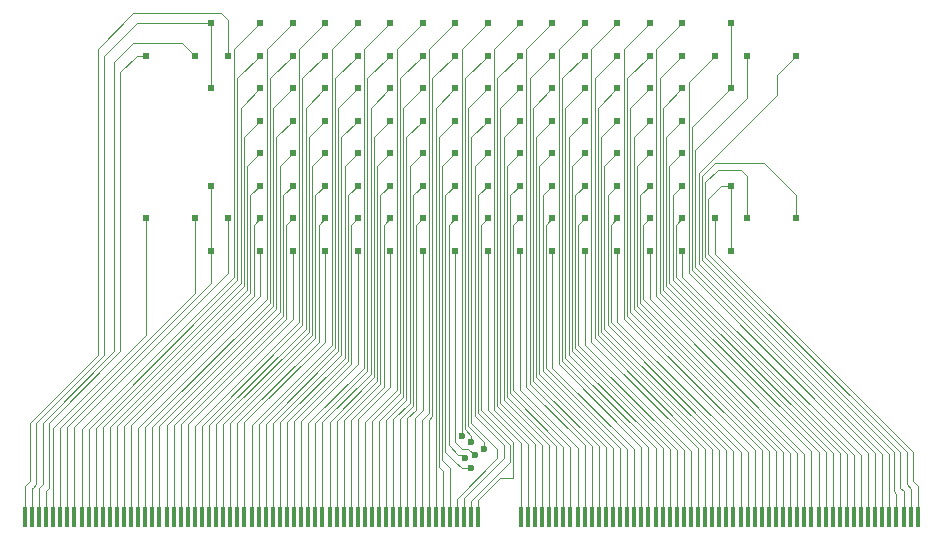
<source format=gbr>
G04 #@! TF.GenerationSoftware,KiCad,Pcbnew,5.0.2-bee76a0~70~ubuntu18.04.1*
G04 #@! TF.CreationDate,2020-12-14T21:02:24+01:00*
G04 #@! TF.ProjectId,DIMMCartridge,44494d4d-4361-4727-9472-696467652e6b,rev?*
G04 #@! TF.SameCoordinates,Original*
G04 #@! TF.FileFunction,Copper,L2,Bot*
G04 #@! TF.FilePolarity,Positive*
%FSLAX46Y46*%
G04 Gerber Fmt 4.6, Leading zero omitted, Abs format (unit mm)*
G04 Created by KiCad (PCBNEW 5.0.2-bee76a0~70~ubuntu18.04.1) date Mo 14 Dez 2020 21:02:24 CET*
%MOMM*%
%LPD*%
G01*
G04 APERTURE LIST*
G04 #@! TA.AperFunction,SMDPad,CuDef*
%ADD10R,0.400000X1.800000*%
G04 #@! TD*
G04 #@! TA.AperFunction,ComponentPad*
%ADD11C,0.604800*%
G04 #@! TD*
G04 #@! TA.AperFunction,ViaPad*
%ADD12C,0.600000*%
G04 #@! TD*
G04 #@! TA.AperFunction,Conductor*
%ADD13C,0.110000*%
G04 #@! TD*
G04 #@! TA.AperFunction,Conductor*
%ADD14C,0.200000*%
G04 #@! TD*
G04 APERTURE END LIST*
D10*
G04 #@! TO.P,J1,244*
G04 #@! TO.N,Net-(FLUXL_1_1-Pad1)*
X62200000Y-131640000D03*
G04 #@! TO.P,J1,243*
G04 #@! TO.N,Net-(FLUXL_1_2-Pad1)*
X62800000Y-131640000D03*
G04 #@! TO.P,J1,242*
G04 #@! TO.N,Net-(FLUXL_1_3-Pad1)*
X63400000Y-131640000D03*
G04 #@! TO.P,J1,241*
G04 #@! TO.N,Net-(FLUXL_1_4-Pad1)*
X64000000Y-131640000D03*
G04 #@! TO.P,J1,240*
G04 #@! TO.N,Net-(FLUXL_1_5-Pad1)*
X64600000Y-131640000D03*
G04 #@! TO.P,J1,239*
G04 #@! TO.N,Net-(FLUXL_1_6-Pad1)*
X65200000Y-131640000D03*
G04 #@! TO.P,J1,238*
G04 #@! TO.N,Net-(FLUXL_1_7-Pad1)*
X65800000Y-131640000D03*
G04 #@! TO.P,J1,237*
G04 #@! TO.N,Net-(FLUXL_1_8-Pad1)*
X66400000Y-131640000D03*
G04 #@! TO.P,J1,236*
G04 #@! TO.N,Net-(FLUXL_2_1-Pad1)*
X67000000Y-131640000D03*
G04 #@! TO.P,J1,235*
G04 #@! TO.N,Net-(FLUXL_2_2-Pad1)*
X67600000Y-131640000D03*
G04 #@! TO.P,J1,234*
G04 #@! TO.N,Net-(FLUXL_2_3-Pad1)*
X68200000Y-131640000D03*
G04 #@! TO.P,J1,233*
G04 #@! TO.N,Net-(FLUXL_2_4-Pad1)*
X68800000Y-131640000D03*
G04 #@! TO.P,J1,232*
G04 #@! TO.N,Net-(FLUXL_2_5-Pad1)*
X69400000Y-131640000D03*
G04 #@! TO.P,J1,231*
G04 #@! TO.N,Net-(FLUXL_2_6-Pad1)*
X70000000Y-131640000D03*
G04 #@! TO.P,J1,230*
G04 #@! TO.N,Net-(FLUXL_2_7-Pad1)*
X70600000Y-131640000D03*
G04 #@! TO.P,J1,229*
G04 #@! TO.N,Net-(FLUXL_2_8-Pad1)*
X71200000Y-131640000D03*
G04 #@! TO.P,J1,228*
G04 #@! TO.N,Net-(FLUXL_3_1-Pad1)*
X71800000Y-131640000D03*
G04 #@! TO.P,J1,227*
G04 #@! TO.N,Net-(FLUXL_3_2-Pad1)*
X72400000Y-131640000D03*
G04 #@! TO.P,J1,226*
G04 #@! TO.N,Net-(FLUXL_3_3-Pad1)*
X73000000Y-131640000D03*
G04 #@! TO.P,J1,225*
G04 #@! TO.N,Net-(FLUXL_3_4-Pad1)*
X73600000Y-131640000D03*
G04 #@! TO.P,J1,224*
G04 #@! TO.N,Net-(FLUXL_3_5-Pad1)*
X74200000Y-131640000D03*
G04 #@! TO.P,J1,223*
G04 #@! TO.N,Net-(FLUXL_3_6-Pad1)*
X74800000Y-131640000D03*
G04 #@! TO.P,J1,222*
G04 #@! TO.N,Net-(FLUXL_3_7-Pad1)*
X75400000Y-131640000D03*
G04 #@! TO.P,J1,221*
G04 #@! TO.N,Net-(FLUXL_3_8-Pad1)*
X76000000Y-131640000D03*
G04 #@! TO.P,J1,220*
G04 #@! TO.N,Net-(FLUXL_4_1-Pad1)*
X76600000Y-131640000D03*
G04 #@! TO.P,J1,219*
G04 #@! TO.N,Net-(FLUXL_4_2-Pad1)*
X77200000Y-131640000D03*
G04 #@! TO.P,J1,218*
G04 #@! TO.N,Net-(FLUXL_4_3-Pad1)*
X77800000Y-131640000D03*
G04 #@! TO.P,J1,217*
G04 #@! TO.N,Net-(FLUXL_4_4-Pad1)*
X78400000Y-131640000D03*
G04 #@! TO.P,J1,216*
G04 #@! TO.N,Net-(FLUXL_4_5-Pad1)*
X79000000Y-131640000D03*
G04 #@! TO.P,J1,215*
G04 #@! TO.N,Net-(FLUXL_4_6-Pad1)*
X79600000Y-131640000D03*
G04 #@! TO.P,J1,214*
G04 #@! TO.N,Net-(FLUXL_4_7-Pad1)*
X80200000Y-131640000D03*
G04 #@! TO.P,J1,213*
G04 #@! TO.N,Net-(FLUXL_4_8-Pad1)*
X80800000Y-131640000D03*
G04 #@! TO.P,J1,212*
G04 #@! TO.N,Net-(FLUXL_5_1-Pad1)*
X81400000Y-131640000D03*
G04 #@! TO.P,J1,211*
G04 #@! TO.N,Net-(FLUXL_5_2-Pad1)*
X82000000Y-131640000D03*
G04 #@! TO.P,J1,210*
G04 #@! TO.N,Net-(FLUXL_5_3-Pad1)*
X82600000Y-131640000D03*
G04 #@! TO.P,J1,209*
G04 #@! TO.N,Net-(FLUXL_5_4-Pad1)*
X83200000Y-131640000D03*
G04 #@! TO.P,J1,208*
G04 #@! TO.N,Net-(FLUXL_5_5-Pad1)*
X83800000Y-131640000D03*
G04 #@! TO.P,J1,207*
G04 #@! TO.N,Net-(FLUXL_5_6-Pad1)*
X84400000Y-131640000D03*
G04 #@! TO.P,J1,206*
G04 #@! TO.N,Net-(FLUXL_5_7-Pad1)*
X85000000Y-131640000D03*
G04 #@! TO.P,J1,205*
G04 #@! TO.N,Net-(FLUXL_5_8-Pad1)*
X85600000Y-131640000D03*
G04 #@! TO.P,J1,204*
G04 #@! TO.N,Net-(FLUXL_6_1-Pad1)*
X86200000Y-131640000D03*
G04 #@! TO.P,J1,203*
G04 #@! TO.N,Net-(FLUXL_6_2-Pad1)*
X86800000Y-131640000D03*
G04 #@! TO.P,J1,202*
G04 #@! TO.N,Net-(FLUXL_6_3-Pad1)*
X87400000Y-131640000D03*
G04 #@! TO.P,J1,201*
G04 #@! TO.N,Net-(FLUXL_6_4-Pad1)*
X88000000Y-131640000D03*
G04 #@! TO.P,J1,200*
G04 #@! TO.N,Net-(FLUXL_6_5-Pad1)*
X88600000Y-131640000D03*
G04 #@! TO.P,J1,199*
G04 #@! TO.N,Net-(FLUXL_6_6-Pad1)*
X89200000Y-131640000D03*
G04 #@! TO.P,J1,198*
G04 #@! TO.N,Net-(FLUXL_6_7-Pad1)*
X89800000Y-131640000D03*
G04 #@! TO.P,J1,197*
G04 #@! TO.N,Net-(FLUXL_6_8-Pad1)*
X90400000Y-131640000D03*
G04 #@! TO.P,J1,196*
G04 #@! TO.N,Net-(FLUXL_7_1-Pad1)*
X91000000Y-131640000D03*
G04 #@! TO.P,J1,195*
G04 #@! TO.N,Net-(FLUXL_7_2-Pad1)*
X91600000Y-131640000D03*
G04 #@! TO.P,J1,194*
G04 #@! TO.N,Net-(FLUXL_7_3-Pad1)*
X92200000Y-131640000D03*
G04 #@! TO.P,J1,193*
G04 #@! TO.N,Net-(FLUXL_7_4-Pad1)*
X92800000Y-131640000D03*
G04 #@! TO.P,J1,192*
G04 #@! TO.N,Net-(FLUXL_7_5-Pad1)*
X93400000Y-131640000D03*
G04 #@! TO.P,J1,191*
G04 #@! TO.N,Net-(FLUXL_7_6-Pad1)*
X94000000Y-131640000D03*
G04 #@! TO.P,J1,190*
G04 #@! TO.N,Net-(FLUXL_7_7-Pad1)*
X94600000Y-131640000D03*
G04 #@! TO.P,J1,189*
G04 #@! TO.N,Net-(FLUXL_7_8-Pad1)*
X95200000Y-131640000D03*
G04 #@! TO.P,J1,188*
G04 #@! TO.N,Net-(FLUXL_8_1-Pad1)*
X95800000Y-131640000D03*
G04 #@! TO.P,J1,187*
G04 #@! TO.N,Net-(FLUXL_8_2-Pad1)*
X96400000Y-131640000D03*
G04 #@! TO.P,J1,186*
G04 #@! TO.N,Net-(FLUXL_8_3-Pad1)*
X97000000Y-131640000D03*
G04 #@! TO.P,J1,185*
G04 #@! TO.N,Net-(FLUXL_8_4-Pad1)*
X97600000Y-131640000D03*
G04 #@! TO.P,J1,184*
G04 #@! TO.N,Net-(FLUXL_8_5-Pad1)*
X98200000Y-131640000D03*
G04 #@! TO.P,J1,183*
G04 #@! TO.N,Net-(FLUXL_9_4-Pad1)*
X98800000Y-131640000D03*
G04 #@! TO.P,J1,182*
G04 #@! TO.N,Net-(FLUXL_9_5-Pad1)*
X99400000Y-131640000D03*
G04 #@! TO.P,J1,181*
G04 #@! TO.N,Net-(FLUXL_9_6-Pad1)*
X100000000Y-131640000D03*
G04 #@! TO.P,J1,180*
G04 #@! TO.N,Net-(FLUXL_9_7-Pad1)*
X100600000Y-131640000D03*
G04 #@! TO.P,J1,179*
G04 #@! TO.N,Net-(FLUXL_9_8-Pad1)*
X104200000Y-131640000D03*
G04 #@! TO.P,J1,178*
G04 #@! TO.N,Net-(FLUXL_10_1-Pad1)*
X104800000Y-131640000D03*
G04 #@! TO.P,J1,177*
G04 #@! TO.N,Net-(FLUXL_10_2-Pad1)*
X105400000Y-131640000D03*
G04 #@! TO.P,J1,176*
G04 #@! TO.N,Net-(FLUXL_10_3-Pad1)*
X106000000Y-131640000D03*
G04 #@! TO.P,J1,175*
G04 #@! TO.N,Net-(FLUXL_10_4-Pad1)*
X106600000Y-131640000D03*
G04 #@! TO.P,J1,174*
G04 #@! TO.N,Net-(FLUXL_10_5-Pad1)*
X107200000Y-131640000D03*
G04 #@! TO.P,J1,173*
G04 #@! TO.N,Net-(FLUXL_10_6-Pad1)*
X107800000Y-131640000D03*
G04 #@! TO.P,J1,172*
G04 #@! TO.N,Net-(FLUXL_10_7-Pad1)*
X108400000Y-131640000D03*
G04 #@! TO.P,J1,171*
G04 #@! TO.N,Net-(FLUXL_10_8-Pad1)*
X109000000Y-131640000D03*
G04 #@! TO.P,J1,170*
G04 #@! TO.N,Net-(FLUXL_11_1-Pad1)*
X109600000Y-131640000D03*
G04 #@! TO.P,J1,169*
G04 #@! TO.N,Net-(FLUXL_11_2-Pad1)*
X110200000Y-131640000D03*
G04 #@! TO.P,J1,168*
G04 #@! TO.N,Net-(FLUXL_11_3-Pad1)*
X110800000Y-131640000D03*
G04 #@! TO.P,J1,167*
G04 #@! TO.N,Net-(FLUXL_11_4-Pad1)*
X111400000Y-131640000D03*
G04 #@! TO.P,J1,166*
G04 #@! TO.N,Net-(FLUXL_11_5-Pad1)*
X112000000Y-131640000D03*
G04 #@! TO.P,J1,165*
G04 #@! TO.N,Net-(FLUXL_11_6-Pad1)*
X112600000Y-131640000D03*
G04 #@! TO.P,J1,164*
G04 #@! TO.N,Net-(FLUXL_11_7-Pad1)*
X113200000Y-131640000D03*
G04 #@! TO.P,J1,163*
G04 #@! TO.N,Net-(FLUXL_11_8-Pad1)*
X113800000Y-131640000D03*
G04 #@! TO.P,J1,162*
G04 #@! TO.N,Net-(FLUXL_12_1-Pad1)*
X114400000Y-131640000D03*
G04 #@! TO.P,J1,161*
G04 #@! TO.N,Net-(FLUXL_12_2-Pad1)*
X115000000Y-131640000D03*
G04 #@! TO.P,J1,160*
G04 #@! TO.N,Net-(FLUXL_12_3-Pad1)*
X115600000Y-131640000D03*
G04 #@! TO.P,J1,159*
G04 #@! TO.N,Net-(FLUXL_12_4-Pad1)*
X116200000Y-131640000D03*
G04 #@! TO.P,J1,158*
G04 #@! TO.N,Net-(FLUXL_12_5-Pad1)*
X116800000Y-131640000D03*
G04 #@! TO.P,J1,157*
G04 #@! TO.N,Net-(FLUXL_12_6-Pad1)*
X117400000Y-131640000D03*
G04 #@! TO.P,J1,156*
G04 #@! TO.N,Net-(FLUXL_12_7-Pad1)*
X118000000Y-131640000D03*
G04 #@! TO.P,J1,155*
G04 #@! TO.N,Net-(FLUXL_12_8-Pad1)*
X118600000Y-131640000D03*
G04 #@! TO.P,J1,154*
G04 #@! TO.N,Net-(FLUXL_13_1-Pad1)*
X119200000Y-131640000D03*
G04 #@! TO.P,J1,153*
G04 #@! TO.N,Net-(FLUXL_13_2-Pad1)*
X119800000Y-131640000D03*
G04 #@! TO.P,J1,152*
G04 #@! TO.N,Net-(FLUXL_13_3-Pad1)*
X120400000Y-131640000D03*
G04 #@! TO.P,J1,151*
G04 #@! TO.N,Net-(FLUXL_13_4-Pad1)*
X121000000Y-131640000D03*
G04 #@! TO.P,J1,150*
G04 #@! TO.N,Net-(FLUXL_13_5-Pad1)*
X121600000Y-131640000D03*
G04 #@! TO.P,J1,149*
G04 #@! TO.N,Net-(FLUXL_13_6-Pad1)*
X122200000Y-131640000D03*
G04 #@! TO.P,J1,148*
G04 #@! TO.N,Net-(FLUXL_13_7-Pad1)*
X122800000Y-131640000D03*
G04 #@! TO.P,J1,147*
G04 #@! TO.N,Net-(FLUXL_13_8-Pad1)*
X123400000Y-131640000D03*
G04 #@! TO.P,J1,146*
G04 #@! TO.N,Net-(FLUXL_14_1-Pad1)*
X124000000Y-131640000D03*
G04 #@! TO.P,J1,145*
G04 #@! TO.N,Net-(FLUXL_14_2-Pad1)*
X124600000Y-131640000D03*
G04 #@! TO.P,J1,144*
G04 #@! TO.N,Net-(FLUXL_14_3-Pad1)*
X125200000Y-131640000D03*
G04 #@! TO.P,J1,143*
G04 #@! TO.N,Net-(FLUXL_14_4-Pad1)*
X125800000Y-131640000D03*
G04 #@! TO.P,J1,142*
G04 #@! TO.N,Net-(FLUXL_14_5-Pad1)*
X126400000Y-131640000D03*
G04 #@! TO.P,J1,141*
G04 #@! TO.N,Net-(FLUXL_14_6-Pad1)*
X127000000Y-131640000D03*
G04 #@! TO.P,J1,140*
G04 #@! TO.N,Net-(FLUXL_14_7-Pad1)*
X127600000Y-131640000D03*
G04 #@! TO.P,J1,139*
G04 #@! TO.N,Net-(FLUXL_14_8-Pad1)*
X128200000Y-131640000D03*
G04 #@! TO.P,J1,138*
G04 #@! TO.N,Net-(FLUXL_15_1-Pad1)*
X128800000Y-131640000D03*
G04 #@! TO.P,J1,137*
G04 #@! TO.N,Net-(FLUXL_15_2-Pad1)*
X129400000Y-131640000D03*
G04 #@! TO.P,J1,136*
G04 #@! TO.N,Net-(FLUXL_15_3-Pad1)*
X130000000Y-131640000D03*
G04 #@! TO.P,J1,135*
G04 #@! TO.N,Net-(FLUXL_15_4-Pad1)*
X130600000Y-131640000D03*
G04 #@! TO.P,J1,134*
G04 #@! TO.N,Net-(FLUXL_15_5-Pad1)*
X131200000Y-131640000D03*
G04 #@! TO.P,J1,133*
G04 #@! TO.N,Net-(FLUXL_15_6-Pad1)*
X131800000Y-131640000D03*
G04 #@! TO.P,J1,132*
G04 #@! TO.N,Net-(FLUXL_15_7-Pad1)*
X132400000Y-131640000D03*
G04 #@! TO.P,J1,131*
G04 #@! TO.N,Net-(FLUXL_15_8-Pad1)*
X133000000Y-131640000D03*
G04 #@! TO.P,J1,130*
G04 #@! TO.N,Net-(FLUXL_16_1-Pad1)*
X133600000Y-131640000D03*
G04 #@! TO.P,J1,129*
G04 #@! TO.N,Net-(FLUXL_16_2-Pad1)*
X134200000Y-131640000D03*
G04 #@! TO.P,J1,128*
G04 #@! TO.N,Net-(FLUXL_16_3-Pad1)*
X134800000Y-131640000D03*
G04 #@! TO.P,J1,127*
G04 #@! TO.N,Net-(FLUXL_16_4-Pad1)*
X135400000Y-131640000D03*
G04 #@! TO.P,J1,126*
G04 #@! TO.N,Net-(FLUXL_16_5-Pad1)*
X136000000Y-131640000D03*
G04 #@! TO.P,J1,125*
G04 #@! TO.N,Net-(FLUXL_16_6-Pad1)*
X136600000Y-131640000D03*
G04 #@! TO.P,J1,124*
G04 #@! TO.N,Net-(FLUXL_16_7-Pad1)*
X137200000Y-131640000D03*
G04 #@! TO.P,J1,123*
G04 #@! TO.N,Net-(FLUXL_16_8-Pad1)*
X137800000Y-131640000D03*
G04 #@! TD*
D11*
G04 #@! TO.P,FLUXL_2_2,1*
G04 #@! TO.N,Net-(FLUXL_2_2-Pad1)*
X82125000Y-92625000D03*
G04 #@! TD*
G04 #@! TO.P,FLUXL_10_1,1*
G04 #@! TO.N,Net-(FLUXL_10_1-Pad1)*
X104125000Y-89875000D03*
G04 #@! TD*
G04 #@! TO.P,FLUXL_2_7,1*
G04 #@! TO.N,Net-(FLUXL_2_7-Pad1)*
X82125000Y-106375000D03*
G04 #@! TD*
G04 #@! TO.P,FLUXL_3_2,1*
G04 #@! TO.N,Net-(FLUXL_3_2-Pad1)*
X84875000Y-92625000D03*
G04 #@! TD*
G04 #@! TO.P,FLUXL_3_3,1*
G04 #@! TO.N,Net-(FLUXL_3_3-Pad1)*
X84875000Y-95375000D03*
G04 #@! TD*
G04 #@! TO.P,FLUXL_3_4,1*
G04 #@! TO.N,Net-(FLUXL_3_4-Pad1)*
X84875000Y-98125000D03*
G04 #@! TD*
G04 #@! TO.P,FLUXL_3_5,1*
G04 #@! TO.N,Net-(FLUXL_3_5-Pad1)*
X84875000Y-100875000D03*
G04 #@! TD*
G04 #@! TO.P,FLUXL_3_6,1*
G04 #@! TO.N,Net-(FLUXL_3_6-Pad1)*
X84875000Y-103625000D03*
G04 #@! TD*
G04 #@! TO.P,FLUXL_3_7,1*
G04 #@! TO.N,Net-(FLUXL_3_7-Pad1)*
X84875000Y-106375000D03*
G04 #@! TD*
G04 #@! TO.P,FLUXL_4_2,1*
G04 #@! TO.N,Net-(FLUXL_4_2-Pad1)*
X87625000Y-92625000D03*
G04 #@! TD*
G04 #@! TO.P,FLUXL_4_3,1*
G04 #@! TO.N,Net-(FLUXL_4_3-Pad1)*
X87625000Y-95375000D03*
G04 #@! TD*
G04 #@! TO.P,FLUXL_4_4,1*
G04 #@! TO.N,Net-(FLUXL_4_4-Pad1)*
X87625000Y-98125000D03*
G04 #@! TD*
G04 #@! TO.P,FLUXL_4_5,1*
G04 #@! TO.N,Net-(FLUXL_4_5-Pad1)*
X87625000Y-100875000D03*
G04 #@! TD*
G04 #@! TO.P,FLUXL_4_6,1*
G04 #@! TO.N,Net-(FLUXL_4_6-Pad1)*
X87625000Y-103625000D03*
G04 #@! TD*
G04 #@! TO.P,FLUXL_4_7,1*
G04 #@! TO.N,Net-(FLUXL_4_7-Pad1)*
X87625000Y-106375000D03*
G04 #@! TD*
G04 #@! TO.P,FLUXL_5_2,1*
G04 #@! TO.N,Net-(FLUXL_5_2-Pad1)*
X90375000Y-92625000D03*
G04 #@! TD*
G04 #@! TO.P,FLUXL_5_3,1*
G04 #@! TO.N,Net-(FLUXL_5_3-Pad1)*
X90375000Y-95375000D03*
G04 #@! TD*
G04 #@! TO.P,FLUXL_5_4,1*
G04 #@! TO.N,Net-(FLUXL_5_4-Pad1)*
X90375000Y-98125000D03*
G04 #@! TD*
G04 #@! TO.P,FLUXL_5_5,1*
G04 #@! TO.N,Net-(FLUXL_5_5-Pad1)*
X90375000Y-100875000D03*
G04 #@! TD*
G04 #@! TO.P,FLUXL_5_6,1*
G04 #@! TO.N,Net-(FLUXL_5_6-Pad1)*
X90375000Y-103625000D03*
G04 #@! TD*
G04 #@! TO.P,FLUXL_5_7,1*
G04 #@! TO.N,Net-(FLUXL_5_7-Pad1)*
X90375000Y-106375000D03*
G04 #@! TD*
G04 #@! TO.P,FLUXL_6_2,1*
G04 #@! TO.N,Net-(FLUXL_6_2-Pad1)*
X93125000Y-92625000D03*
G04 #@! TD*
G04 #@! TO.P,FLUXL_6_3,1*
G04 #@! TO.N,Net-(FLUXL_6_3-Pad1)*
X93125000Y-95375000D03*
G04 #@! TD*
G04 #@! TO.P,FLUXL_6_4,1*
G04 #@! TO.N,Net-(FLUXL_6_4-Pad1)*
X93125000Y-98125000D03*
G04 #@! TD*
G04 #@! TO.P,FLUXL_6_5,1*
G04 #@! TO.N,Net-(FLUXL_6_5-Pad1)*
X93125000Y-100875000D03*
G04 #@! TD*
G04 #@! TO.P,FLUXL_6_6,1*
G04 #@! TO.N,Net-(FLUXL_6_6-Pad1)*
X93125000Y-103625000D03*
G04 #@! TD*
G04 #@! TO.P,FLUXL_6_7,1*
G04 #@! TO.N,Net-(FLUXL_6_7-Pad1)*
X93125000Y-106375000D03*
G04 #@! TD*
G04 #@! TO.P,FLUXL_7_2,1*
G04 #@! TO.N,Net-(FLUXL_7_2-Pad1)*
X95875000Y-92625000D03*
G04 #@! TD*
G04 #@! TO.P,FLUXL_7_3,1*
G04 #@! TO.N,Net-(FLUXL_7_3-Pad1)*
X95875000Y-95375000D03*
G04 #@! TD*
G04 #@! TO.P,FLUXL_7_4,1*
G04 #@! TO.N,Net-(FLUXL_7_4-Pad1)*
X95875000Y-98125000D03*
G04 #@! TD*
G04 #@! TO.P,FLUXL_7_5,1*
G04 #@! TO.N,Net-(FLUXL_7_5-Pad1)*
X95875000Y-100875000D03*
G04 #@! TD*
G04 #@! TO.P,FLUXL_7_6,1*
G04 #@! TO.N,Net-(FLUXL_7_6-Pad1)*
X95875000Y-103625000D03*
G04 #@! TD*
G04 #@! TO.P,FLUXL_7_7,1*
G04 #@! TO.N,Net-(FLUXL_7_7-Pad1)*
X95875000Y-106375000D03*
G04 #@! TD*
G04 #@! TO.P,FLUXL_8_2,1*
G04 #@! TO.N,Net-(FLUXL_8_2-Pad1)*
X98625000Y-92625000D03*
G04 #@! TD*
G04 #@! TO.P,FLUXL_8_3,1*
G04 #@! TO.N,Net-(FLUXL_8_3-Pad1)*
X98625000Y-95375000D03*
G04 #@! TD*
G04 #@! TO.P,FLUXL_8_4,1*
G04 #@! TO.N,Net-(FLUXL_8_4-Pad1)*
X98625000Y-98125000D03*
G04 #@! TD*
G04 #@! TO.P,FLUXL_8_5,1*
G04 #@! TO.N,Net-(FLUXL_8_5-Pad1)*
X98625000Y-100875000D03*
G04 #@! TD*
G04 #@! TO.P,FLUXL_8_6,1*
G04 #@! TO.N,Net-(FLUXL_8_6-Pad1)*
X98625000Y-103625000D03*
G04 #@! TD*
G04 #@! TO.P,FLUXL_8_7,1*
G04 #@! TO.N,Net-(FLUXL_8_7-Pad1)*
X98625000Y-106375000D03*
G04 #@! TD*
G04 #@! TO.P,FLUXL_9_2,1*
G04 #@! TO.N,Net-(FLUXL_9_2-Pad1)*
X101375000Y-92625000D03*
G04 #@! TD*
G04 #@! TO.P,FLUXL_9_3,1*
G04 #@! TO.N,Net-(FLUXL_9_3-Pad1)*
X101375000Y-95375000D03*
G04 #@! TD*
G04 #@! TO.P,FLUXL_9_4,1*
G04 #@! TO.N,Net-(FLUXL_9_4-Pad1)*
X101375000Y-98125000D03*
G04 #@! TD*
G04 #@! TO.P,FLUXL_9_5,1*
G04 #@! TO.N,Net-(FLUXL_9_5-Pad1)*
X101375000Y-100875000D03*
G04 #@! TD*
G04 #@! TO.P,FLUXL_9_6,1*
G04 #@! TO.N,Net-(FLUXL_9_6-Pad1)*
X101375000Y-103625000D03*
G04 #@! TD*
G04 #@! TO.P,FLUXL_9_7,1*
G04 #@! TO.N,Net-(FLUXL_9_7-Pad1)*
X101375000Y-106375000D03*
G04 #@! TD*
G04 #@! TO.P,FLUXL_10_2,1*
G04 #@! TO.N,Net-(FLUXL_10_2-Pad1)*
X104125000Y-92625000D03*
G04 #@! TD*
G04 #@! TO.P,FLUXL_10_3,1*
G04 #@! TO.N,Net-(FLUXL_10_3-Pad1)*
X104125000Y-95375000D03*
G04 #@! TD*
G04 #@! TO.P,FLUXL_10_4,1*
G04 #@! TO.N,Net-(FLUXL_10_4-Pad1)*
X104125000Y-98125000D03*
G04 #@! TD*
G04 #@! TO.P,FLUXL_10_5,1*
G04 #@! TO.N,Net-(FLUXL_10_5-Pad1)*
X104125000Y-100875000D03*
G04 #@! TD*
G04 #@! TO.P,FLUXL_10_6,1*
G04 #@! TO.N,Net-(FLUXL_10_6-Pad1)*
X104125000Y-103625000D03*
G04 #@! TD*
G04 #@! TO.P,FLUXL_10_7,1*
G04 #@! TO.N,Net-(FLUXL_10_7-Pad1)*
X104125000Y-106375000D03*
G04 #@! TD*
G04 #@! TO.P,FLUXL_11_2,1*
G04 #@! TO.N,Net-(FLUXL_11_2-Pad1)*
X106875000Y-92625000D03*
G04 #@! TD*
G04 #@! TO.P,FLUXL_11_3,1*
G04 #@! TO.N,Net-(FLUXL_11_3-Pad1)*
X106875000Y-95375000D03*
G04 #@! TD*
G04 #@! TO.P,FLUXL_11_4,1*
G04 #@! TO.N,Net-(FLUXL_11_4-Pad1)*
X106875000Y-98125000D03*
G04 #@! TD*
G04 #@! TO.P,FLUXL_11_5,1*
G04 #@! TO.N,Net-(FLUXL_11_5-Pad1)*
X106875000Y-100875000D03*
G04 #@! TD*
G04 #@! TO.P,FLUXL_11_6,1*
G04 #@! TO.N,Net-(FLUXL_11_6-Pad1)*
X106875000Y-103625000D03*
G04 #@! TD*
G04 #@! TO.P,FLUXL_11_7,1*
G04 #@! TO.N,Net-(FLUXL_11_7-Pad1)*
X106875000Y-106375000D03*
G04 #@! TD*
G04 #@! TO.P,FLUXL_12_2,1*
G04 #@! TO.N,Net-(FLUXL_12_2-Pad1)*
X109625000Y-92625000D03*
G04 #@! TD*
G04 #@! TO.P,FLUXL_12_3,1*
G04 #@! TO.N,Net-(FLUXL_12_3-Pad1)*
X109625000Y-95375000D03*
G04 #@! TD*
G04 #@! TO.P,FLUXL_12_4,1*
G04 #@! TO.N,Net-(FLUXL_12_4-Pad1)*
X109625000Y-98125000D03*
G04 #@! TD*
G04 #@! TO.P,FLUXL_12_5,1*
G04 #@! TO.N,Net-(FLUXL_12_5-Pad1)*
X109625000Y-100875000D03*
G04 #@! TD*
G04 #@! TO.P,FLUXL_12_6,1*
G04 #@! TO.N,Net-(FLUXL_12_6-Pad1)*
X109625000Y-103625000D03*
G04 #@! TD*
G04 #@! TO.P,FLUXL_12_7,1*
G04 #@! TO.N,Net-(FLUXL_12_7-Pad1)*
X109625000Y-106375000D03*
G04 #@! TD*
G04 #@! TO.P,FLUXL_13_2,1*
G04 #@! TO.N,Net-(FLUXL_13_2-Pad1)*
X112375000Y-92625000D03*
G04 #@! TD*
G04 #@! TO.P,FLUXL_13_3,1*
G04 #@! TO.N,Net-(FLUXL_13_3-Pad1)*
X112375000Y-95375000D03*
G04 #@! TD*
G04 #@! TO.P,FLUXL_13_4,1*
G04 #@! TO.N,Net-(FLUXL_13_4-Pad1)*
X112375000Y-98125000D03*
G04 #@! TD*
G04 #@! TO.P,FLUXL_13_5,1*
G04 #@! TO.N,Net-(FLUXL_13_5-Pad1)*
X112375000Y-100875000D03*
G04 #@! TD*
G04 #@! TO.P,FLUXL_13_6,1*
G04 #@! TO.N,Net-(FLUXL_13_6-Pad1)*
X112375000Y-103625000D03*
G04 #@! TD*
G04 #@! TO.P,FLUXL_13_7,1*
G04 #@! TO.N,Net-(FLUXL_13_7-Pad1)*
X112375000Y-106375000D03*
G04 #@! TD*
G04 #@! TO.P,FLUXL_14_2,1*
G04 #@! TO.N,Net-(FLUXL_14_2-Pad1)*
X115125000Y-92625000D03*
G04 #@! TD*
G04 #@! TO.P,FLUXL_14_3,1*
G04 #@! TO.N,Net-(FLUXL_14_3-Pad1)*
X115125000Y-95375000D03*
G04 #@! TD*
G04 #@! TO.P,FLUXL_14_4,1*
G04 #@! TO.N,Net-(FLUXL_14_4-Pad1)*
X115125000Y-98125000D03*
G04 #@! TD*
G04 #@! TO.P,FLUXL_14_5,1*
G04 #@! TO.N,Net-(FLUXL_14_5-Pad1)*
X115125000Y-100875000D03*
G04 #@! TD*
G04 #@! TO.P,FLUXL_14_6,1*
G04 #@! TO.N,Net-(FLUXL_14_6-Pad1)*
X115125000Y-103625000D03*
G04 #@! TD*
G04 #@! TO.P,FLUXL_14_7,1*
G04 #@! TO.N,Net-(FLUXL_14_7-Pad1)*
X115125000Y-106375000D03*
G04 #@! TD*
G04 #@! TO.P,FLUXL_15_2,1*
G04 #@! TO.N,Net-(FLUXL_15_2-Pad1)*
X117875000Y-92625000D03*
G04 #@! TD*
G04 #@! TO.P,FLUXL_15_7,1*
G04 #@! TO.N,Net-(FLUXL_15_7-Pad1)*
X117875000Y-106375000D03*
G04 #@! TD*
G04 #@! TO.P,FLUXL_3_1,1*
G04 #@! TO.N,Net-(FLUXL_3_1-Pad1)*
X84875000Y-89875000D03*
G04 #@! TD*
G04 #@! TO.P,FLUXL_3_8,1*
G04 #@! TO.N,Net-(FLUXL_3_8-Pad1)*
X84875000Y-109125000D03*
G04 #@! TD*
G04 #@! TO.P,FLUXL_4_1,1*
G04 #@! TO.N,Net-(FLUXL_4_1-Pad1)*
X87625000Y-89875000D03*
G04 #@! TD*
G04 #@! TO.P,FLUXL_4_8,1*
G04 #@! TO.N,Net-(FLUXL_4_8-Pad1)*
X87625000Y-109125000D03*
G04 #@! TD*
G04 #@! TO.P,FLUXL_5_1,1*
G04 #@! TO.N,Net-(FLUXL_5_1-Pad1)*
X90375000Y-89875000D03*
G04 #@! TD*
G04 #@! TO.P,FLUXL_5_8,1*
G04 #@! TO.N,Net-(FLUXL_5_8-Pad1)*
X90375000Y-109125000D03*
G04 #@! TD*
G04 #@! TO.P,FLUXL_6_1,1*
G04 #@! TO.N,Net-(FLUXL_6_1-Pad1)*
X93125000Y-89875000D03*
G04 #@! TD*
G04 #@! TO.P,FLUXL_6_8,1*
G04 #@! TO.N,Net-(FLUXL_6_8-Pad1)*
X93125000Y-109125000D03*
G04 #@! TD*
G04 #@! TO.P,FLUXL_7_1,1*
G04 #@! TO.N,Net-(FLUXL_7_1-Pad1)*
X95875000Y-89875000D03*
G04 #@! TD*
G04 #@! TO.P,FLUXL_7_8,1*
G04 #@! TO.N,Net-(FLUXL_7_8-Pad1)*
X95875000Y-109125000D03*
G04 #@! TD*
G04 #@! TO.P,FLUXL_8_1,1*
G04 #@! TO.N,Net-(FLUXL_8_1-Pad1)*
X98625000Y-89875000D03*
G04 #@! TD*
G04 #@! TO.P,FLUXL_8_8,1*
G04 #@! TO.N,Net-(FLUXL_8_8-Pad1)*
X98625000Y-109125000D03*
G04 #@! TD*
G04 #@! TO.P,FLUXL_9_1,1*
G04 #@! TO.N,Net-(FLUXL_9_1-Pad1)*
X101375000Y-89875000D03*
G04 #@! TD*
G04 #@! TO.P,FLUXL_9_8,1*
G04 #@! TO.N,Net-(FLUXL_9_8-Pad1)*
X101375000Y-109125000D03*
G04 #@! TD*
G04 #@! TO.P,FLUXL_10_8,1*
G04 #@! TO.N,Net-(FLUXL_10_8-Pad1)*
X104125000Y-109125000D03*
G04 #@! TD*
G04 #@! TO.P,FLUXL_11_1,1*
G04 #@! TO.N,Net-(FLUXL_11_1-Pad1)*
X106875000Y-89875000D03*
G04 #@! TD*
G04 #@! TO.P,FLUXL_11_8,1*
G04 #@! TO.N,Net-(FLUXL_11_8-Pad1)*
X106875000Y-109125000D03*
G04 #@! TD*
G04 #@! TO.P,FLUXL_12_1,1*
G04 #@! TO.N,Net-(FLUXL_12_1-Pad1)*
X109625000Y-89875000D03*
G04 #@! TD*
G04 #@! TO.P,FLUXL_12_8,1*
G04 #@! TO.N,Net-(FLUXL_12_8-Pad1)*
X109625000Y-109125000D03*
G04 #@! TD*
G04 #@! TO.P,FLUXL_13_1,1*
G04 #@! TO.N,Net-(FLUXL_13_1-Pad1)*
X112375000Y-89875000D03*
G04 #@! TD*
G04 #@! TO.P,FLUXL_13_8,1*
G04 #@! TO.N,Net-(FLUXL_13_8-Pad1)*
X112375000Y-109125000D03*
G04 #@! TD*
G04 #@! TO.P,FLUXL_14_1,1*
G04 #@! TO.N,Net-(FLUXL_14_1-Pad1)*
X115125000Y-89875000D03*
G04 #@! TD*
G04 #@! TO.P,FLUXL_14_8,1*
G04 #@! TO.N,Net-(FLUXL_14_8-Pad1)*
X115125000Y-109125000D03*
G04 #@! TD*
G04 #@! TO.P,FLUXL_2_3,1*
G04 #@! TO.N,Net-(FLUXL_2_3-Pad1)*
X82125000Y-95375000D03*
G04 #@! TD*
G04 #@! TO.P,FLUXL_2_4,1*
G04 #@! TO.N,Net-(FLUXL_2_4-Pad1)*
X82125000Y-98125000D03*
G04 #@! TD*
G04 #@! TO.P,FLUXL_2_5,1*
G04 #@! TO.N,Net-(FLUXL_2_5-Pad1)*
X82125000Y-100875000D03*
G04 #@! TD*
G04 #@! TO.P,FLUXL_2_6,1*
G04 #@! TO.N,Net-(FLUXL_2_6-Pad1)*
X82125000Y-103625000D03*
G04 #@! TD*
G04 #@! TO.P,FLUXL_15_3,1*
G04 #@! TO.N,Net-(FLUXL_15_3-Pad1)*
X117875000Y-95375000D03*
G04 #@! TD*
G04 #@! TO.P,FLUXL_15_4,1*
G04 #@! TO.N,Net-(FLUXL_15_4-Pad1)*
X117875000Y-98125000D03*
G04 #@! TD*
G04 #@! TO.P,FLUXL_15_5,1*
G04 #@! TO.N,Net-(FLUXL_15_5-Pad1)*
X117875000Y-100875000D03*
G04 #@! TD*
G04 #@! TO.P,FLUXL_15_6,1*
G04 #@! TO.N,Net-(FLUXL_15_6-Pad1)*
X117875000Y-103625000D03*
G04 #@! TD*
G04 #@! TO.P,FLUXL_2_1,1*
G04 #@! TO.N,Net-(FLUXL_2_1-Pad1)*
X82125000Y-89875000D03*
G04 #@! TD*
G04 #@! TO.P,FLUXL_2_8,1*
G04 #@! TO.N,Net-(FLUXL_2_8-Pad1)*
X82125000Y-109125000D03*
G04 #@! TD*
G04 #@! TO.P,FLUXL_15_1,1*
G04 #@! TO.N,Net-(FLUXL_15_1-Pad1)*
X117875000Y-89875000D03*
G04 #@! TD*
G04 #@! TO.P,FLUXL_1_3,1*
G04 #@! TO.N,Net-(FLUXL_1_3-Pad1)*
X76625000Y-92625000D03*
G04 #@! TD*
G04 #@! TO.P,FLUXL_15_8,1*
G04 #@! TO.N,Net-(FLUXL_15_8-Pad1)*
X117875000Y-109125000D03*
G04 #@! TD*
G04 #@! TO.P,FLUXL_1_1,1*
G04 #@! TO.N,Net-(FLUXL_1_1-Pad1)*
X79375000Y-92625000D03*
G04 #@! TD*
G04 #@! TO.P,FLUXL_1_2,1*
G04 #@! TO.N,Net-(FLUXL_1_2-Pad1)*
X78000000Y-89875000D03*
G04 #@! TD*
G04 #@! TO.P,FLUXL_1_2b1,1*
G04 #@! TO.N,Net-(FLUXL_1_2-Pad1)*
X78000000Y-95375000D03*
G04 #@! TD*
G04 #@! TO.P,FLUXL_1_4,1*
G04 #@! TO.N,Net-(FLUXL_1_4-Pad1)*
X72500000Y-92625000D03*
G04 #@! TD*
G04 #@! TO.P,FLUXL_1_7b1,1*
G04 #@! TO.N,Net-(FLUXL_1_7-Pad1)*
X78000000Y-109125000D03*
G04 #@! TD*
G04 #@! TO.P,FLUXL_16_7b1,1*
G04 #@! TO.N,Net-(FLUXL_16_7-Pad1)*
X122000000Y-103625000D03*
G04 #@! TD*
G04 #@! TO.P,FLUXL_1_5,1*
G04 #@! TO.N,Net-(FLUXL_1_5-Pad1)*
X72500000Y-106375000D03*
G04 #@! TD*
G04 #@! TO.P,FLUXL_1_6,1*
G04 #@! TO.N,Net-(FLUXL_1_6-Pad1)*
X76625000Y-106375000D03*
G04 #@! TD*
G04 #@! TO.P,FLUXL_1_7,1*
G04 #@! TO.N,Net-(FLUXL_1_7-Pad1)*
X78000000Y-103625000D03*
G04 #@! TD*
G04 #@! TO.P,FLUXL_1_8,1*
G04 #@! TO.N,Net-(FLUXL_1_8-Pad1)*
X79375000Y-106375000D03*
G04 #@! TD*
G04 #@! TO.P,FLUXL_16_1,1*
G04 #@! TO.N,Net-(FLUXL_16_1-Pad1)*
X120625000Y-92625000D03*
G04 #@! TD*
G04 #@! TO.P,FLUXL_16_2b1,1*
G04 #@! TO.N,Net-(FLUXL_16_2-Pad1)*
X122000000Y-89875000D03*
G04 #@! TD*
G04 #@! TO.P,FLUXL_16_3,1*
G04 #@! TO.N,Net-(FLUXL_16_3-Pad1)*
X123375000Y-92625000D03*
G04 #@! TD*
G04 #@! TO.P,FLUXL_16_4,1*
G04 #@! TO.N,Net-(FLUXL_16_4-Pad1)*
X127500000Y-92625000D03*
G04 #@! TD*
G04 #@! TO.P,FLUXL_16_5,1*
G04 #@! TO.N,Net-(FLUXL_16_5-Pad1)*
X127500000Y-106375000D03*
G04 #@! TD*
G04 #@! TO.P,FLUXL_16_6,1*
G04 #@! TO.N,Net-(FLUXL_16_6-Pad1)*
X123375000Y-106375000D03*
G04 #@! TD*
G04 #@! TO.P,FLUXL_16_7,1*
G04 #@! TO.N,Net-(FLUXL_16_7-Pad1)*
X122000000Y-109125000D03*
G04 #@! TD*
G04 #@! TO.P,FLUXL_16_8,1*
G04 #@! TO.N,Net-(FLUXL_16_8-Pad1)*
X120625000Y-106375000D03*
G04 #@! TD*
G04 #@! TO.P,FLUXL_16_2,1*
G04 #@! TO.N,Net-(FLUXL_16_2-Pad1)*
X122000000Y-95375000D03*
G04 #@! TD*
D12*
G04 #@! TO.N,Net-(FLUXL_8_6-Pad1)*
X100000000Y-127550000D03*
G04 #@! TO.N,Net-(FLUXL_8_7-Pad1)*
X99450000Y-126725000D03*
G04 #@! TO.N,Net-(FLUXL_8_8-Pad1)*
X100275000Y-126450000D03*
G04 #@! TO.N,Net-(FLUXL_9_1-Pad1)*
X99175000Y-124800000D03*
G04 #@! TO.N,Net-(FLUXL_9_2-Pad1)*
X100000000Y-125350000D03*
G04 #@! TO.N,Net-(FLUXL_9_3-Pad1)*
X101100000Y-125900000D03*
G04 #@! TD*
D13*
G04 #@! TO.N,Net-(FLUXL_1_1-Pad1)*
X78790001Y-89050000D02*
X79375000Y-89634999D01*
X71400000Y-89050000D02*
X78790001Y-89050000D01*
X68375000Y-92075000D02*
X71400000Y-89050000D01*
X62200000Y-129050000D02*
X62600000Y-128650000D01*
X79375000Y-89634999D02*
X79375000Y-92625000D01*
X62200000Y-131640000D02*
X62200000Y-129050000D01*
X68375000Y-117925000D02*
X68375000Y-92075000D01*
X62600000Y-128650000D02*
X62600000Y-123700000D01*
X62600000Y-123700000D02*
X68375000Y-117925000D01*
G04 #@! TO.N,Net-(FLUXL_1_2-Pad1)*
X78000000Y-89875000D02*
X78000000Y-95375000D01*
X71675000Y-89875000D02*
X78000000Y-89875000D01*
X68925000Y-92625000D02*
X71675000Y-89875000D01*
X62800000Y-129200000D02*
X62875000Y-129200000D01*
X63150000Y-128925000D02*
X63150000Y-123700000D01*
X62800000Y-131640000D02*
X62800000Y-129200000D01*
X62875000Y-129200000D02*
X63150000Y-128925000D01*
X63150000Y-123700000D02*
X68925000Y-117925000D01*
X68925000Y-117925000D02*
X68925000Y-92625000D01*
G04 #@! TO.N,Net-(FLUXL_1_3-Pad1)*
X75525000Y-91525000D02*
X76625000Y-92625000D01*
X71400000Y-91525000D02*
X75525000Y-91525000D01*
X63700000Y-128925000D02*
X63700000Y-123700000D01*
X63400000Y-129225000D02*
X63700000Y-128925000D01*
X63400000Y-131640000D02*
X63400000Y-129225000D01*
X69750000Y-117650000D02*
X69750000Y-93175000D01*
X63700000Y-123700000D02*
X69750000Y-117650000D01*
X69750000Y-93175000D02*
X71400000Y-91525000D01*
G04 #@! TO.N,Net-(FLUXL_1_4-Pad1)*
X71675000Y-92625000D02*
X72500000Y-92625000D01*
X64000000Y-129450000D02*
X64250000Y-129200000D01*
X64000000Y-131640000D02*
X64000000Y-129450000D01*
X70300000Y-94000000D02*
X71675000Y-92625000D01*
X64250000Y-129200000D02*
X64250000Y-123700000D01*
X64250000Y-123700000D02*
X70300000Y-117650000D01*
X70300000Y-117650000D02*
X70300000Y-94000000D01*
G04 #@! TO.N,Net-(FLUXL_1_5-Pad1)*
X64600000Y-131640000D02*
X64600000Y-124175000D01*
X72500000Y-116275000D02*
X72500000Y-106375000D01*
X64600000Y-124175000D02*
X72500000Y-116275000D01*
G04 #@! TO.N,Net-(FLUXL_1_6-Pad1)*
X65200000Y-131640000D02*
X65200000Y-124125000D01*
X76625000Y-112700000D02*
X76625000Y-106375000D01*
X65200000Y-124125000D02*
X76625000Y-112700000D01*
G04 #@! TO.N,Net-(FLUXL_1_7-Pad1)*
X65800000Y-131640000D02*
X65800000Y-124075000D01*
X78000000Y-111875000D02*
X78000000Y-109125000D01*
X65800000Y-124075000D02*
X78000000Y-111875000D01*
X78000000Y-109125000D02*
X78000000Y-103625000D01*
G04 #@! TO.N,Net-(FLUXL_1_8-Pad1)*
X66400000Y-131640000D02*
X66400000Y-124025000D01*
X79375000Y-111050000D02*
X79375000Y-106375000D01*
X66400000Y-124025000D02*
X79375000Y-111050000D01*
D14*
G04 #@! TO.N,Net-(FLUXL_2_1-Pad1)*
X82125000Y-89875000D02*
X82125000Y-90062000D01*
D13*
X79925000Y-92075000D02*
X82125000Y-89875000D01*
X79925000Y-111325000D02*
X79925000Y-92075000D01*
X67000000Y-131640000D02*
X67000000Y-124250000D01*
X67000000Y-124250000D02*
X79925000Y-111325000D01*
G04 #@! TO.N,Net-(FLUXL_2_2-Pad1)*
X80200000Y-94550000D02*
X82125000Y-92625000D01*
X80200000Y-111600000D02*
X80200000Y-94550000D01*
X67600000Y-124200000D02*
X80200000Y-111600000D01*
X67600000Y-131640000D02*
X67600000Y-124200000D01*
G04 #@! TO.N,Net-(FLUXL_2_3-Pad1)*
X80475000Y-111875000D02*
X80475000Y-97025000D01*
X80475000Y-97025000D02*
X82125000Y-95375000D01*
X68200000Y-124150000D02*
X80475000Y-111875000D01*
X68200000Y-131640000D02*
X68200000Y-124150000D01*
G04 #@! TO.N,Net-(FLUXL_2_4-Pad1)*
X80750000Y-99500000D02*
X82125000Y-98125000D01*
X68800000Y-126725000D02*
X68800000Y-124100000D01*
X68800000Y-126725000D02*
X68800000Y-126025000D01*
X68800000Y-131640000D02*
X68800000Y-126725000D01*
X68800000Y-124100000D02*
X80750000Y-112150000D01*
X80750000Y-112150000D02*
X80750000Y-99500000D01*
G04 #@! TO.N,Net-(FLUXL_2_5-Pad1)*
X82125000Y-100875000D02*
X82125000Y-100967494D01*
X81025000Y-101975000D02*
X82125000Y-100875000D01*
X81025000Y-111325000D02*
X81025000Y-111050000D01*
X81025000Y-111050000D02*
X81025000Y-101975000D01*
X81025000Y-112425000D02*
X81025000Y-111050000D01*
X69400000Y-124050000D02*
X81025000Y-112425000D01*
X69400000Y-131640000D02*
X69400000Y-124050000D01*
G04 #@! TO.N,Net-(FLUXL_2_6-Pad1)*
X81300000Y-104450000D02*
X82125000Y-103625000D01*
X81300000Y-112700000D02*
X81300000Y-104450000D01*
X70000000Y-124000000D02*
X81300000Y-112700000D01*
X70000000Y-131640000D02*
X70000000Y-124000000D01*
G04 #@! TO.N,Net-(FLUXL_2_7-Pad1)*
X81575000Y-106925000D02*
X82125000Y-106375000D01*
X81575000Y-112975000D02*
X81575000Y-106925000D01*
X70600000Y-123950000D02*
X81575000Y-112975000D01*
X70600000Y-131640000D02*
X70600000Y-123950000D01*
G04 #@! TO.N,Net-(FLUXL_2_8-Pad1)*
X82125000Y-111325000D02*
X82125000Y-109125000D01*
X82125000Y-112975000D02*
X82125000Y-111325000D01*
X71200000Y-123900000D02*
X82125000Y-112975000D01*
X71200000Y-131640000D02*
X71200000Y-123900000D01*
G04 #@! TO.N,Net-(FLUXL_3_1-Pad1)*
X82675000Y-92075000D02*
X84875000Y-89875000D01*
X71800000Y-131640000D02*
X71800000Y-124125000D01*
X82675000Y-113250000D02*
X82675000Y-92075000D01*
X71800000Y-124125000D02*
X82675000Y-113250000D01*
G04 #@! TO.N,Net-(FLUXL_3_2-Pad1)*
X82950000Y-94550000D02*
X84875000Y-92625000D01*
X72400000Y-131640000D02*
X72400000Y-124075000D01*
X72400000Y-124075000D02*
X82950000Y-113525000D01*
X82950000Y-113525000D02*
X82950000Y-110775000D01*
X82950000Y-111050000D02*
X82950000Y-110775000D01*
X82950000Y-110775000D02*
X82950000Y-94550000D01*
G04 #@! TO.N,Net-(FLUXL_3_3-Pad1)*
X83225000Y-97025000D02*
X84875000Y-95375000D01*
X73000000Y-131640000D02*
X73000000Y-124025000D01*
X73000000Y-124025000D02*
X83225000Y-113800000D01*
X83225000Y-113800000D02*
X83225000Y-110775000D01*
X83225000Y-111050000D02*
X83225000Y-110775000D01*
X83225000Y-110775000D02*
X83225000Y-97025000D01*
G04 #@! TO.N,Net-(FLUXL_3_4-Pad1)*
X83500000Y-99500000D02*
X84875000Y-98125000D01*
X73600000Y-131640000D02*
X73600000Y-123975000D01*
X83500000Y-114075000D02*
X83500000Y-110775000D01*
X73600000Y-123975000D02*
X83500000Y-114075000D01*
X83500000Y-111325000D02*
X83500000Y-110775000D01*
X83500000Y-110775000D02*
X83500000Y-99500000D01*
G04 #@! TO.N,Net-(FLUXL_3_5-Pad1)*
X83775000Y-101975000D02*
X84875000Y-100875000D01*
X83775000Y-111325000D02*
X83775000Y-101975000D01*
X74200000Y-131640000D02*
X74200000Y-123925000D01*
X74200000Y-123925000D02*
X83775000Y-114350000D01*
X83775000Y-114350000D02*
X83775000Y-111050000D01*
G04 #@! TO.N,Net-(FLUXL_3_6-Pad1)*
X84050000Y-104450000D02*
X84875000Y-103625000D01*
X84050000Y-111325000D02*
X84050000Y-104450000D01*
X74800000Y-131640000D02*
X74800000Y-124150000D01*
X74800000Y-124150000D02*
X74800000Y-123875000D01*
X74800000Y-123875000D02*
X84050000Y-114625000D01*
X84050000Y-114625000D02*
X84050000Y-111050000D01*
G04 #@! TO.N,Net-(FLUXL_3_7-Pad1)*
X84325000Y-106925000D02*
X84875000Y-106375000D01*
X84325000Y-114900000D02*
X84325000Y-111050000D01*
X75400000Y-123825000D02*
X84325000Y-114900000D01*
X75400000Y-131640000D02*
X75400000Y-123825000D01*
X84325000Y-111325000D02*
X84325000Y-111050000D01*
X84325000Y-111050000D02*
X84325000Y-106925000D01*
G04 #@! TO.N,Net-(FLUXL_3_8-Pad1)*
X76000000Y-131640000D02*
X76000000Y-123775000D01*
X84875000Y-114900000D02*
X84875000Y-111050000D01*
X76000000Y-123775000D02*
X84875000Y-114900000D01*
X84875000Y-111325000D02*
X84875000Y-111050000D01*
X84875000Y-111050000D02*
X84875000Y-109125000D01*
G04 #@! TO.N,Net-(FLUXL_4_1-Pad1)*
X85425000Y-115175000D02*
X85425000Y-92075000D01*
X76600000Y-131640000D02*
X76600000Y-124000000D01*
X85425000Y-92075000D02*
X87625000Y-89875000D01*
X76600000Y-124000000D02*
X85425000Y-115175000D01*
G04 #@! TO.N,Net-(FLUXL_4_3-Pad1)*
X85975000Y-97025000D02*
X87625000Y-95375000D01*
X85975000Y-111050000D02*
X85975000Y-97025000D01*
X77800000Y-131640000D02*
X77800000Y-123900000D01*
X77800000Y-123900000D02*
X85975000Y-115725000D01*
X85975000Y-115725000D02*
X85975000Y-110775000D01*
G04 #@! TO.N,Net-(FLUXL_4_4-Pad1)*
X86250000Y-99500000D02*
X87625000Y-98125000D01*
X78400000Y-131640000D02*
X78400000Y-123850000D01*
X86250000Y-116000000D02*
X86250000Y-110500000D01*
X78400000Y-123850000D02*
X86250000Y-116000000D01*
X86250000Y-111050000D02*
X86250000Y-110500000D01*
X86250000Y-110500000D02*
X86250000Y-99500000D01*
G04 #@! TO.N,Net-(FLUXL_4_5-Pad1)*
X86525000Y-101975000D02*
X87625000Y-100875000D01*
X79000000Y-131640000D02*
X79000000Y-123800000D01*
X86525000Y-116275000D02*
X86525000Y-110500000D01*
X79000000Y-123800000D02*
X86525000Y-116275000D01*
X86525000Y-111050000D02*
X86525000Y-110500000D01*
X86525000Y-110500000D02*
X86525000Y-101975000D01*
G04 #@! TO.N,Net-(FLUXL_4_6-Pad1)*
X86800000Y-104450000D02*
X87625000Y-103625000D01*
X79600000Y-131640000D02*
X79600000Y-123750000D01*
X79600000Y-123750000D02*
X86800000Y-116550000D01*
X86800000Y-116550000D02*
X86800000Y-110500000D01*
X86800000Y-110500000D02*
X86800000Y-110775000D01*
X86800000Y-111050000D02*
X86800000Y-110775000D01*
X86800000Y-110775000D02*
X86800000Y-104450000D01*
G04 #@! TO.N,Net-(FLUXL_4_7-Pad1)*
X87075000Y-106925000D02*
X87625000Y-106375000D01*
X80200000Y-131640000D02*
X80200000Y-123700000D01*
X80200000Y-123700000D02*
X87075000Y-116825000D01*
X87075000Y-116825000D02*
X87075000Y-110775000D01*
X87075000Y-111050000D02*
X87075000Y-110775000D01*
X87075000Y-110775000D02*
X87075000Y-106925000D01*
G04 #@! TO.N,Net-(FLUXL_5_1-Pad1)*
X81400000Y-124525000D02*
X81400000Y-124150000D01*
X81400000Y-131640000D02*
X81400000Y-124525000D01*
X81400000Y-123875000D02*
X81400000Y-124525000D01*
X88175000Y-117100000D02*
X81400000Y-123875000D01*
X90375000Y-89875000D02*
X88175000Y-92075000D01*
X88175000Y-92075000D02*
X88175000Y-117100000D01*
G04 #@! TO.N,Net-(FLUXL_5_2-Pad1)*
X88450000Y-94550000D02*
X90375000Y-92625000D01*
X82000000Y-131640000D02*
X82000000Y-123825000D01*
X88450000Y-117375000D02*
X88450000Y-110775000D01*
X82000000Y-123825000D02*
X88450000Y-117375000D01*
X88450000Y-111050000D02*
X88450000Y-110775000D01*
X88450000Y-110775000D02*
X88450000Y-94550000D01*
G04 #@! TO.N,Net-(FLUXL_5_3-Pad1)*
X88725000Y-97025000D02*
X90375000Y-95375000D01*
X82600000Y-131640000D02*
X82600000Y-123775000D01*
X88725000Y-117650000D02*
X88725000Y-97025000D01*
X82600000Y-123775000D02*
X88725000Y-117650000D01*
G04 #@! TO.N,Net-(FLUXL_5_4-Pad1)*
X89000000Y-99500000D02*
X90375000Y-98125000D01*
X83200000Y-131640000D02*
X83200000Y-123725000D01*
X83200000Y-123725000D02*
X89000000Y-117925000D01*
X89000000Y-117925000D02*
X89000000Y-110775000D01*
X89000000Y-111050000D02*
X89000000Y-110775000D01*
X89000000Y-110775000D02*
X89000000Y-99500000D01*
G04 #@! TO.N,Net-(FLUXL_5_5-Pad1)*
X89275000Y-101975000D02*
X90375000Y-100875000D01*
X89275000Y-118200000D02*
X89275000Y-101975000D01*
X83800000Y-131640000D02*
X83800000Y-123675000D01*
X83800000Y-123675000D02*
X89275000Y-118200000D01*
G04 #@! TO.N,Net-(FLUXL_5_6-Pad1)*
X89550000Y-104450000D02*
X90375000Y-103625000D01*
X89550000Y-111050000D02*
X89550000Y-104450000D01*
X84400000Y-131640000D02*
X84400000Y-123625000D01*
X84400000Y-123625000D02*
X89550000Y-118475000D01*
X89550000Y-118475000D02*
X89550000Y-111050000D01*
G04 #@! TO.N,Net-(FLUXL_5_7-Pad1)*
X89825000Y-106925000D02*
X90375000Y-106375000D01*
X89825000Y-118750000D02*
X89825000Y-106925000D01*
X85000000Y-131640000D02*
X85000000Y-123575000D01*
X85000000Y-123575000D02*
X89825000Y-118750000D01*
G04 #@! TO.N,Net-(FLUXL_5_8-Pad1)*
X90375000Y-111050000D02*
X90375000Y-109125000D01*
X85600000Y-131640000D02*
X85600000Y-123525000D01*
X90375000Y-118750000D02*
X90375000Y-111050000D01*
X85600000Y-123525000D02*
X90375000Y-118750000D01*
G04 #@! TO.N,Net-(FLUXL_6_1-Pad1)*
X90925000Y-92075000D02*
X93125000Y-89875000D01*
X86200000Y-131640000D02*
X86200000Y-123750000D01*
X90925000Y-119025000D02*
X90925000Y-110775000D01*
X86200000Y-123750000D02*
X90925000Y-119025000D01*
X90925000Y-111050000D02*
X90925000Y-110775000D01*
X90925000Y-110775000D02*
X90925000Y-92075000D01*
G04 #@! TO.N,Net-(FLUXL_6_2-Pad1)*
X91200000Y-94550000D02*
X93125000Y-92625000D01*
X91200000Y-119300000D02*
X91200000Y-94550000D01*
X86800000Y-123700000D02*
X91200000Y-119300000D01*
X86800000Y-131640000D02*
X86800000Y-123700000D01*
G04 #@! TO.N,Net-(FLUXL_6_3-Pad1)*
X91475000Y-97025000D02*
X93125000Y-95375000D01*
X87400000Y-131640000D02*
X87400000Y-123650000D01*
X91475000Y-119575000D02*
X91475000Y-110775000D01*
X87400000Y-123650000D02*
X91475000Y-119575000D01*
X91475000Y-111050000D02*
X91475000Y-110775000D01*
X91475000Y-110775000D02*
X91475000Y-97025000D01*
G04 #@! TO.N,Net-(FLUXL_6_4-Pad1)*
X91750000Y-99500000D02*
X93125000Y-98125000D01*
X88000000Y-131640000D02*
X88000000Y-123600000D01*
X88000000Y-123600000D02*
X91750000Y-119850000D01*
X91750000Y-119850000D02*
X91750000Y-110775000D01*
X91750000Y-111050000D02*
X91750000Y-110775000D01*
X91750000Y-110775000D02*
X91750000Y-99500000D01*
G04 #@! TO.N,Net-(FLUXL_6_5-Pad1)*
X92025000Y-101975000D02*
X93125000Y-100875000D01*
X92025000Y-111050000D02*
X92025000Y-101975000D01*
X88600000Y-131640000D02*
X88600000Y-123550000D01*
X88600000Y-123550000D02*
X92025000Y-120125000D01*
X92025000Y-120125000D02*
X92025000Y-111050000D01*
G04 #@! TO.N,Net-(FLUXL_6_6-Pad1)*
X92300000Y-104450000D02*
X93125000Y-103625000D01*
X92300000Y-110775000D02*
X92300000Y-104450000D01*
X89200000Y-131640000D02*
X89200000Y-123500000D01*
X89200000Y-123500000D02*
X92300000Y-120400000D01*
X92300000Y-120400000D02*
X92300000Y-110775000D01*
G04 #@! TO.N,Net-(FLUXL_6_7-Pad1)*
X92575000Y-106925000D02*
X93125000Y-106375000D01*
X92575000Y-120675000D02*
X92575000Y-106925000D01*
X89800000Y-131640000D02*
X89800000Y-123450000D01*
X89800000Y-123450000D02*
X92575000Y-120675000D01*
G04 #@! TO.N,Net-(FLUXL_7_1-Pad1)*
X93675000Y-92075000D02*
X95875000Y-89875000D01*
X91000000Y-131640000D02*
X91000000Y-123625000D01*
X91000000Y-123625000D02*
X93675000Y-120950000D01*
X93675000Y-120950000D02*
X93675000Y-110775000D01*
X93675000Y-111050000D02*
X93675000Y-110775000D01*
X93675000Y-110775000D02*
X93675000Y-92075000D01*
G04 #@! TO.N,Net-(FLUXL_7_2-Pad1)*
X93950000Y-94550000D02*
X95875000Y-92625000D01*
X91600000Y-131640000D02*
X91600000Y-123575000D01*
X93950000Y-111050000D02*
X93950000Y-110775000D01*
X93950000Y-121225000D02*
X93950000Y-110775000D01*
X91600000Y-123575000D02*
X93950000Y-121225000D01*
X93950000Y-110775000D02*
X93950000Y-94550000D01*
G04 #@! TO.N,Net-(FLUXL_7_3-Pad1)*
X94225000Y-97025000D02*
X95875000Y-95375000D01*
X92200000Y-131640000D02*
X92200000Y-123525000D01*
X92200000Y-123525000D02*
X94225000Y-121500000D01*
X94225000Y-121500000D02*
X94225000Y-110775000D01*
X94225000Y-111050000D02*
X94225000Y-110775000D01*
X94225000Y-110775000D02*
X94225000Y-97025000D01*
G04 #@! TO.N,Net-(FLUXL_7_4-Pad1)*
X94500000Y-99500000D02*
X95875000Y-98125000D01*
X94500000Y-121775000D02*
X94500000Y-99500000D01*
X92800000Y-131640000D02*
X92800000Y-123475000D01*
X92800000Y-123475000D02*
X94500000Y-121775000D01*
G04 #@! TO.N,Net-(FLUXL_7_5-Pad1)*
X94775000Y-101975000D02*
X95875000Y-100875000D01*
X93400000Y-131640000D02*
X93400000Y-123425000D01*
X93400000Y-123425000D02*
X94775000Y-122050000D01*
X94775000Y-122050000D02*
X94775000Y-110775000D01*
X94775000Y-111050000D02*
X94775000Y-110775000D01*
X94775000Y-110775000D02*
X94775000Y-101975000D01*
G04 #@! TO.N,Net-(FLUXL_7_6-Pad1)*
X95050000Y-104450000D02*
X95875000Y-103625000D01*
X94000000Y-131640000D02*
X94000000Y-123375000D01*
X95050000Y-122325000D02*
X95050000Y-104450000D01*
X94000000Y-123375000D02*
X95050000Y-122325000D01*
G04 #@! TO.N,Net-(FLUXL_7_7-Pad1)*
X95325000Y-106925000D02*
X95875000Y-106375000D01*
X95325000Y-110775000D02*
X95325000Y-106925000D01*
X94600000Y-131640000D02*
X94600000Y-123325000D01*
X94600000Y-123325000D02*
X95325000Y-122600000D01*
X95325000Y-122600000D02*
X95325000Y-110775000D01*
G04 #@! TO.N,Net-(FLUXL_7_8-Pad1)*
X95200000Y-131640000D02*
X95200000Y-123275000D01*
X95875000Y-122600000D02*
X95875000Y-110775000D01*
X95200000Y-123275000D02*
X95875000Y-122600000D01*
X95875000Y-111050000D02*
X95875000Y-110775000D01*
X95875000Y-110775000D02*
X95875000Y-109125000D01*
G04 #@! TO.N,Net-(FLUXL_8_1-Pad1)*
X96425000Y-92075000D02*
X98625000Y-89875000D01*
X96425000Y-110775000D02*
X96425000Y-111325000D01*
X96425000Y-111050000D02*
X96425000Y-110775000D01*
X95800000Y-123500000D02*
X96425000Y-122875000D01*
X96425000Y-122875000D02*
X96425000Y-111050000D01*
X95800000Y-131640000D02*
X95800000Y-123500000D01*
X96425000Y-92075000D02*
X98625000Y-89875000D01*
X96425000Y-110775000D02*
X96425000Y-92075000D01*
G04 #@! TO.N,Net-(FLUXL_8_2-Pad1)*
X96700000Y-94550000D02*
X98625000Y-92625000D01*
X96700000Y-123150000D02*
X96700000Y-94550000D01*
X96400000Y-123450000D02*
X96700000Y-123150000D01*
X96400000Y-131640000D02*
X96400000Y-123450000D01*
G04 #@! TO.N,Net-(FLUXL_8_3-Pad1)*
X96975000Y-97025000D02*
X98625000Y-95375000D01*
X96975000Y-111050000D02*
X96975000Y-97025000D01*
X97000000Y-111075000D02*
X96975000Y-111050000D01*
X97000000Y-131640000D02*
X97000000Y-111075000D01*
G04 #@! TO.N,Net-(FLUXL_8_4-Pad1)*
X97250000Y-99500000D02*
X98625000Y-98125000D01*
X97260010Y-127485010D02*
X97600000Y-127825000D01*
X97600000Y-127825000D02*
X97600000Y-131640000D01*
X97250000Y-99500000D02*
X97250000Y-110775000D01*
X97260010Y-127485010D02*
X97260010Y-126450000D01*
X97260010Y-126450000D02*
X97260010Y-111335010D01*
X97260010Y-111335010D02*
X97260010Y-110785010D01*
G04 #@! TO.N,Net-(FLUXL_8_5-Pad1)*
X98200000Y-127550000D02*
X98200000Y-131640000D01*
X97525000Y-101975000D02*
X97525000Y-126875000D01*
X97525000Y-126875000D02*
X98200000Y-127550000D01*
X98625000Y-100875000D02*
X97525000Y-101975000D01*
G04 #@! TO.N,Net-(FLUXL_8_6-Pad1)*
X97800000Y-126175000D02*
X98625000Y-127000000D01*
X97800000Y-104450000D02*
X97800000Y-126175000D01*
X98625000Y-103625000D02*
X97800000Y-104450000D01*
X99175000Y-127550000D02*
X98625000Y-127000000D01*
X100000000Y-127550000D02*
X99175000Y-127550000D01*
G04 #@! TO.N,Net-(FLUXL_8_7-Pad1)*
X98075000Y-106925000D02*
X98625000Y-106375000D01*
X98075000Y-110775000D02*
X98075000Y-106925000D01*
X98075000Y-111050000D02*
X98075000Y-110775000D01*
X99175000Y-126450000D02*
X99450000Y-126725000D01*
X98900000Y-126450000D02*
X99175000Y-126450000D01*
X98075000Y-110775000D02*
X98075000Y-125625000D01*
X98075000Y-125625000D02*
X98900000Y-126450000D01*
G04 #@! TO.N,Net-(FLUXL_8_8-Pad1)*
X98625000Y-111050000D02*
X98625000Y-110775000D01*
X98625000Y-110775000D02*
X98625000Y-109125000D01*
X99725000Y-125900000D02*
X100275000Y-126450000D01*
X99175000Y-125900000D02*
X99725000Y-125900000D01*
X98625000Y-110775000D02*
X98625000Y-125350000D01*
X98625000Y-125350000D02*
X99175000Y-125900000D01*
G04 #@! TO.N,Net-(FLUXL_4_2-Pad1)*
X85700000Y-94550000D02*
X87625000Y-92625000D01*
X77200000Y-131640000D02*
X77200000Y-123950000D01*
X85700000Y-115450000D02*
X85700000Y-110775000D01*
X77200000Y-123950000D02*
X85700000Y-115450000D01*
X85700000Y-111050000D02*
X85700000Y-110775000D01*
X85700000Y-110775000D02*
X85700000Y-94550000D01*
G04 #@! TO.N,Net-(FLUXL_4_8-Pad1)*
X87625000Y-111050000D02*
X87625000Y-109125000D01*
X80800000Y-131640000D02*
X80800000Y-123650000D01*
X80800000Y-123650000D02*
X87625000Y-116825000D01*
X87625000Y-116825000D02*
X87625000Y-110775000D01*
G04 #@! TO.N,Net-(FLUXL_6_8-Pad1)*
X93125000Y-111050000D02*
X93125000Y-109125000D01*
X90400000Y-131640000D02*
X90400000Y-123400000D01*
X90400000Y-123400000D02*
X93125000Y-120675000D01*
X93125000Y-120675000D02*
X93125000Y-111050000D01*
X93125000Y-110775000D02*
X93125000Y-111050000D01*
G04 #@! TO.N,Net-(FLUXL_9_1-Pad1)*
X101375000Y-89875000D02*
X99175000Y-92075000D01*
X99175000Y-124250000D02*
X99175000Y-124800000D01*
X99175000Y-92075000D02*
X99175000Y-124250000D01*
G04 #@! TO.N,Net-(FLUXL_9_2-Pad1)*
X101375000Y-92625000D02*
X99450000Y-94550000D01*
X99450000Y-94550000D02*
X99450000Y-124250000D01*
X99450000Y-124250000D02*
X100000000Y-124800000D01*
X100000000Y-124800000D02*
X100000000Y-125350000D01*
G04 #@! TO.N,Net-(FLUXL_9_3-Pad1)*
X99725000Y-97025000D02*
X101375000Y-95375000D01*
X99725000Y-110775000D02*
X99725000Y-97025000D01*
X99725000Y-111050000D02*
X99725000Y-110775000D01*
X99725000Y-123975000D02*
X101100000Y-125350000D01*
X99725000Y-110775000D02*
X99725000Y-123975000D01*
X101100000Y-125350000D02*
X101100000Y-125900000D01*
G04 #@! TO.N,Net-(FLUXL_9_4-Pad1)*
X100000000Y-99500000D02*
X101375000Y-98125000D01*
X100000000Y-111050000D02*
X100000000Y-110775000D01*
X100000000Y-110775000D02*
X100000000Y-99500000D01*
X98800000Y-131640000D02*
X98800000Y-131225000D01*
X98800000Y-130125000D02*
X98800000Y-131640000D01*
X102200000Y-126725000D02*
X98800000Y-130125000D01*
X102200000Y-125900000D02*
X102200000Y-126725000D01*
X100000000Y-123700000D02*
X102200000Y-125900000D01*
X100000000Y-110775000D02*
X100000000Y-123700000D01*
G04 #@! TO.N,Net-(FLUXL_9_5-Pad1)*
X99400000Y-130075000D02*
X99400000Y-131640000D01*
X102750000Y-126725000D02*
X99400000Y-130075000D01*
X102750000Y-125625000D02*
X102750000Y-126725000D01*
X100275000Y-123150000D02*
X102750000Y-125625000D01*
X100275000Y-101975000D02*
X100275000Y-123150000D01*
X101375000Y-100875000D02*
X100275000Y-101975000D01*
G04 #@! TO.N,Net-(FLUXL_9_6-Pad1)*
X100550000Y-104450000D02*
X101375000Y-103625000D01*
X100550000Y-111050000D02*
X100550000Y-110775000D01*
X100550000Y-110775000D02*
X100550000Y-104450000D01*
X103300000Y-127000000D02*
X100000000Y-130300000D01*
X100000000Y-130300000D02*
X100000000Y-131640000D01*
X103300000Y-125625000D02*
X103300000Y-127000000D01*
X100550000Y-122875000D02*
X103300000Y-125625000D01*
X100550000Y-110775000D02*
X100550000Y-122875000D01*
G04 #@! TO.N,Net-(FLUXL_10_1-Pad1)*
X101925000Y-92075000D02*
X104125000Y-89875000D01*
X101925000Y-122600000D02*
X101925000Y-92075000D01*
X104800000Y-131640000D02*
X104800000Y-125475000D01*
X104800000Y-125475000D02*
X101925000Y-122600000D01*
G04 #@! TO.N,Net-(FLUXL_10_2-Pad1)*
X102200000Y-94550000D02*
X104125000Y-92625000D01*
X105400000Y-131640000D02*
X105400000Y-125525000D01*
X102200000Y-122325000D02*
X102200000Y-110775000D01*
X105400000Y-125525000D02*
X102200000Y-122325000D01*
X102200000Y-111050000D02*
X102200000Y-110775000D01*
X102200000Y-110775000D02*
X102200000Y-94550000D01*
G04 #@! TO.N,Net-(FLUXL_10_3-Pad1)*
X102475000Y-97025000D02*
X104125000Y-95375000D01*
X106000000Y-131640000D02*
X106000000Y-125575000D01*
X102475000Y-122050000D02*
X102475000Y-111050000D01*
X106000000Y-125575000D02*
X102475000Y-122050000D01*
X102475000Y-111325000D02*
X102475000Y-111050000D01*
X102475000Y-111050000D02*
X102475000Y-97025000D01*
G04 #@! TO.N,Net-(FLUXL_10_5-Pad1)*
X103025000Y-101975000D02*
X104125000Y-100875000D01*
X107200000Y-131640000D02*
X107200000Y-125675000D01*
X103025000Y-121500000D02*
X103025000Y-110775000D01*
X107200000Y-125675000D02*
X103025000Y-121500000D01*
X103025000Y-111050000D02*
X103025000Y-110775000D01*
X103025000Y-110775000D02*
X103025000Y-101975000D01*
G04 #@! TO.N,Net-(FLUXL_10_6-Pad1)*
X103300000Y-121225000D02*
X103300000Y-104450000D01*
X103300000Y-104450000D02*
X104125000Y-103625000D01*
X107800000Y-131640000D02*
X107800000Y-125725000D01*
X107800000Y-125725000D02*
X103300000Y-121225000D01*
G04 #@! TO.N,Net-(FLUXL_11_1-Pad1)*
X104675000Y-92075000D02*
X106875000Y-89875000D01*
X109600000Y-131640000D02*
X109600000Y-125600000D01*
X104675000Y-120675000D02*
X104675000Y-110775000D01*
X109600000Y-125600000D02*
X104675000Y-120675000D01*
X104675000Y-111050000D02*
X104675000Y-110775000D01*
X104675000Y-110775000D02*
X104675000Y-92075000D01*
G04 #@! TO.N,Net-(FLUXL_11_2-Pad1)*
X104950000Y-94550000D02*
X106875000Y-92625000D01*
X110200000Y-131640000D02*
X110200000Y-125650000D01*
X104950000Y-120400000D02*
X104950000Y-111050000D01*
X110200000Y-125650000D02*
X104950000Y-120400000D01*
X104950000Y-111325000D02*
X104950000Y-111050000D01*
X104950000Y-111050000D02*
X104950000Y-94550000D01*
G04 #@! TO.N,Net-(FLUXL_11_3-Pad1)*
X105225000Y-97025000D02*
X106875000Y-95375000D01*
X110800000Y-131640000D02*
X110800000Y-125700000D01*
X110800000Y-125700000D02*
X105225000Y-120125000D01*
X105225000Y-120125000D02*
X105225000Y-111050000D01*
X105225000Y-111325000D02*
X105225000Y-111050000D01*
X105225000Y-111050000D02*
X105225000Y-97025000D01*
G04 #@! TO.N,Net-(FLUXL_11_4-Pad1)*
X105500000Y-99500000D02*
X106875000Y-98125000D01*
X111400000Y-131640000D02*
X111400000Y-125750000D01*
X105500000Y-119850000D02*
X105500000Y-111050000D01*
X105500000Y-111325000D02*
X105500000Y-111050000D01*
X111400000Y-125750000D02*
X105500000Y-119850000D01*
X105500000Y-111050000D02*
X105500000Y-99500000D01*
G04 #@! TO.N,Net-(FLUXL_11_5-Pad1)*
X105775000Y-101975000D02*
X106875000Y-100875000D01*
X112000000Y-131640000D02*
X112000000Y-125800000D01*
X112000000Y-125800000D02*
X105775000Y-119575000D01*
X105775000Y-119575000D02*
X105775000Y-111050000D01*
X105775000Y-111325000D02*
X105775000Y-111050000D01*
X105775000Y-111050000D02*
X105775000Y-101975000D01*
G04 #@! TO.N,Net-(FLUXL_11_6-Pad1)*
X106050000Y-104450000D02*
X106875000Y-103625000D01*
X106050000Y-111325000D02*
X106050000Y-104450000D01*
X112600000Y-131640000D02*
X112600000Y-125850000D01*
X112600000Y-125850000D02*
X106050000Y-119300000D01*
X106050000Y-119300000D02*
X106050000Y-110775000D01*
G04 #@! TO.N,Net-(FLUXL_12_1-Pad1)*
X107425000Y-92075000D02*
X109625000Y-89875000D01*
X107425000Y-111600000D02*
X107425000Y-92075000D01*
X114400000Y-131640000D02*
X114400000Y-125725000D01*
X114400000Y-125725000D02*
X107425000Y-118750000D01*
X107425000Y-118750000D02*
X107425000Y-111050000D01*
G04 #@! TO.N,Net-(FLUXL_12_2-Pad1)*
X107700000Y-94550000D02*
X109625000Y-92625000D01*
X115000000Y-131640000D02*
X115000000Y-125775000D01*
X107700000Y-110775000D02*
X107700000Y-94550000D01*
X107700000Y-111050000D02*
X107700000Y-110775000D01*
X107700000Y-118475000D02*
X107700000Y-110775000D01*
X115000000Y-125775000D02*
X107700000Y-118475000D01*
G04 #@! TO.N,Net-(FLUXL_12_3-Pad1)*
X107975000Y-118200000D02*
X107975000Y-97025000D01*
X107975000Y-97025000D02*
X109625000Y-95375000D01*
X115600000Y-131640000D02*
X115600000Y-125825000D01*
X115600000Y-125825000D02*
X107975000Y-118200000D01*
G04 #@! TO.N,Net-(FLUXL_12_4-Pad1)*
X108250000Y-99500000D02*
X109625000Y-98125000D01*
X116200000Y-131640000D02*
X116200000Y-125875000D01*
X116200000Y-125875000D02*
X108250000Y-117925000D01*
X108250000Y-117925000D02*
X108250000Y-111050000D01*
X108250000Y-111325000D02*
X108250000Y-111050000D01*
X108250000Y-111050000D02*
X108250000Y-99500000D01*
G04 #@! TO.N,Net-(FLUXL_12_5-Pad1)*
X108525000Y-117650000D02*
X108525000Y-101975000D01*
X116800000Y-131640000D02*
X116800000Y-125925000D01*
X108525000Y-101975000D02*
X109625000Y-100875000D01*
X116800000Y-125925000D02*
X108525000Y-117650000D01*
G04 #@! TO.N,Net-(FLUXL_12_6-Pad1)*
X108800000Y-104450000D02*
X109625000Y-103625000D01*
X117400000Y-131640000D02*
X117400000Y-125975000D01*
X108800000Y-117375000D02*
X108800000Y-104450000D01*
X117400000Y-125975000D02*
X108800000Y-117375000D01*
G04 #@! TO.N,Net-(FLUXL_9_7-Pad1)*
X100825000Y-121225000D02*
X100825000Y-106925000D01*
X100825000Y-106925000D02*
X101375000Y-106375000D01*
X100825000Y-122600000D02*
X100825000Y-121225000D01*
X103575000Y-125350000D02*
X100825000Y-122600000D01*
X102475000Y-128375000D02*
X103575000Y-128375000D01*
X100600000Y-131640000D02*
X100600000Y-130250000D01*
X103575000Y-128375000D02*
X103575000Y-125350000D01*
X100600000Y-130250000D02*
X102475000Y-128375000D01*
G04 #@! TO.N,Net-(FLUXL_9_8-Pad1)*
X101375000Y-110775000D02*
X101375000Y-109125000D01*
X104200000Y-131640000D02*
X104200000Y-125425000D01*
X101375000Y-122600000D02*
X101375000Y-109125000D01*
X104200000Y-125425000D02*
X101375000Y-122600000D01*
G04 #@! TO.N,Net-(FLUXL_10_4-Pad1)*
X102750000Y-99500000D02*
X104125000Y-98125000D01*
X106600000Y-131640000D02*
X106600000Y-125625000D01*
X102750000Y-121775000D02*
X102750000Y-110775000D01*
X106600000Y-125625000D02*
X102750000Y-121775000D01*
X102750000Y-111050000D02*
X102750000Y-110775000D01*
X102750000Y-110775000D02*
X102750000Y-99500000D01*
G04 #@! TO.N,Net-(FLUXL_10_7-Pad1)*
X103575000Y-106925000D02*
X104125000Y-106375000D01*
X108400000Y-131640000D02*
X108400000Y-125775000D01*
X108400000Y-125775000D02*
X103575000Y-120950000D01*
X103575000Y-111050000D02*
X103575000Y-110775000D01*
X103575000Y-120950000D02*
X103575000Y-110775000D01*
X103575000Y-110775000D02*
X103575000Y-106925000D01*
G04 #@! TO.N,Net-(FLUXL_10_8-Pad1)*
X104125000Y-111325000D02*
X104125000Y-111050000D01*
X104125000Y-111050000D02*
X104125000Y-109125000D01*
X104125000Y-120950000D02*
X104125000Y-111050000D01*
X109000000Y-125825000D02*
X104125000Y-120950000D01*
X109000000Y-131640000D02*
X109000000Y-125825000D01*
G04 #@! TO.N,Net-(FLUXL_11_7-Pad1)*
X106325000Y-106925000D02*
X106875000Y-106375000D01*
X113200000Y-131640000D02*
X113200000Y-125900000D01*
X106325000Y-119025000D02*
X106325000Y-110775000D01*
X113200000Y-125900000D02*
X106325000Y-119025000D01*
X106325000Y-111050000D02*
X106325000Y-110775000D01*
X106325000Y-110775000D02*
X106325000Y-106925000D01*
G04 #@! TO.N,Net-(FLUXL_11_8-Pad1)*
X106875000Y-110775000D02*
X106875000Y-119025000D01*
X106875000Y-110775000D02*
X106875000Y-109125000D01*
X106875000Y-111050000D02*
X106875000Y-110775000D01*
X113800000Y-131640000D02*
X113800000Y-125950000D01*
X113800000Y-125950000D02*
X106875000Y-119025000D01*
G04 #@! TO.N,Net-(FLUXL_12_7-Pad1)*
X109075000Y-106925000D02*
X109625000Y-106375000D01*
X109075000Y-111325000D02*
X109075000Y-106925000D01*
X118000000Y-131640000D02*
X118000000Y-126025000D01*
X118000000Y-126025000D02*
X109075000Y-117100000D01*
X109075000Y-117100000D02*
X109075000Y-111325000D01*
G04 #@! TO.N,Net-(FLUXL_12_8-Pad1)*
X118600000Y-126725000D02*
X118600000Y-126350000D01*
X118600000Y-126725000D02*
X118600000Y-126075000D01*
X118600000Y-131640000D02*
X118600000Y-126725000D01*
X109625000Y-117100000D02*
X109625000Y-111050000D01*
X118600000Y-126075000D02*
X109625000Y-117100000D01*
X109625000Y-111325000D02*
X109625000Y-111050000D01*
X109625000Y-111050000D02*
X109625000Y-109125000D01*
G04 #@! TO.N,Net-(FLUXL_13_1-Pad1)*
X110175000Y-92075000D02*
X112375000Y-89875000D01*
X119200000Y-131640000D02*
X119200000Y-125850000D01*
X119200000Y-125850000D02*
X110175000Y-116825000D01*
X110175000Y-111050000D02*
X110175000Y-110775000D01*
X110175000Y-116825000D02*
X110175000Y-110775000D01*
X110175000Y-110775000D02*
X110175000Y-92075000D01*
G04 #@! TO.N,Net-(FLUXL_13_2-Pad1)*
X110450000Y-94550000D02*
X112375000Y-92625000D01*
X119800000Y-131640000D02*
X119800000Y-125900000D01*
X110450000Y-116550000D02*
X110450000Y-110775000D01*
X119800000Y-125900000D02*
X110450000Y-116550000D01*
X110450000Y-111050000D02*
X110450000Y-110775000D01*
X110450000Y-110775000D02*
X110450000Y-94550000D01*
G04 #@! TO.N,Net-(FLUXL_13_3-Pad1)*
X110725000Y-97025000D02*
X112375000Y-95375000D01*
X110725000Y-116275000D02*
X110725000Y-110775000D01*
X110725000Y-111050000D02*
X110725000Y-110775000D01*
X110725000Y-110775000D02*
X110725000Y-97025000D01*
X120400000Y-125950000D02*
X120075000Y-125625000D01*
X120400000Y-131640000D02*
X120400000Y-125950000D01*
X120350000Y-125900000D02*
X120075000Y-125625000D01*
X120075000Y-125625000D02*
X110725000Y-116275000D01*
G04 #@! TO.N,Net-(FLUXL_13_4-Pad1)*
X111000000Y-99500000D02*
X112375000Y-98125000D01*
X121000000Y-131640000D02*
X121000000Y-126000000D01*
X111000000Y-116000000D02*
X111000000Y-110500000D01*
X121000000Y-126000000D02*
X111000000Y-116000000D01*
X111000000Y-110775000D02*
X111000000Y-110500000D01*
X111000000Y-110500000D02*
X111000000Y-99500000D01*
G04 #@! TO.N,Net-(FLUXL_13_5-Pad1)*
X111275000Y-101975000D02*
X112375000Y-100875000D01*
X121600000Y-131640000D02*
X121600000Y-126050000D01*
X111275000Y-115725000D02*
X111275000Y-111050000D01*
X111275000Y-111325000D02*
X111275000Y-111050000D01*
X121600000Y-126050000D02*
X111275000Y-115725000D01*
X111275000Y-111050000D02*
X111275000Y-101975000D01*
G04 #@! TO.N,Net-(FLUXL_13_6-Pad1)*
X111550000Y-104450000D02*
X112375000Y-103625000D01*
X122200000Y-131640000D02*
X122200000Y-126100000D01*
X111550000Y-115450000D02*
X111550000Y-111050000D01*
X122200000Y-126100000D02*
X111550000Y-115450000D01*
X111550000Y-111325000D02*
X111550000Y-111050000D01*
X111550000Y-111050000D02*
X111550000Y-104450000D01*
G04 #@! TO.N,Net-(FLUXL_13_7-Pad1)*
X111825000Y-106925000D02*
X112375000Y-106375000D01*
X122800000Y-126175000D02*
X122800000Y-126150000D01*
X122800000Y-131640000D02*
X122800000Y-126175000D01*
X122800000Y-126150000D02*
X111825000Y-115175000D01*
X111825000Y-115175000D02*
X111825000Y-111050000D01*
X111825000Y-111325000D02*
X111825000Y-111050000D01*
X111825000Y-111050000D02*
X111825000Y-106925000D01*
G04 #@! TO.N,Net-(FLUXL_13_8-Pad1)*
X123400000Y-131640000D02*
X123400000Y-126200000D01*
X112375000Y-115175000D02*
X112375000Y-111050000D01*
X123400000Y-126200000D02*
X112375000Y-115175000D01*
X112375000Y-111325000D02*
X112375000Y-111050000D01*
X112375000Y-111050000D02*
X112375000Y-109125000D01*
G04 #@! TO.N,Net-(FLUXL_14_1-Pad1)*
X112925000Y-92075000D02*
X115125000Y-89875000D01*
X112925000Y-114900000D02*
X112925000Y-92075000D01*
X124000000Y-125975000D02*
X112925000Y-114900000D01*
X124000000Y-131640000D02*
X124000000Y-125975000D01*
G04 #@! TO.N,Net-(FLUXL_14_2-Pad1)*
X113200000Y-94550000D02*
X115125000Y-92625000D01*
X113200000Y-114625000D02*
X113200000Y-94550000D01*
X124600000Y-131640000D02*
X124600000Y-126025000D01*
X124600000Y-126025000D02*
X113200000Y-114625000D01*
G04 #@! TO.N,Net-(FLUXL_14_3-Pad1)*
X113475000Y-97025000D02*
X115125000Y-95375000D01*
X125200000Y-131640000D02*
X125200000Y-126075000D01*
X125200000Y-126075000D02*
X113475000Y-114350000D01*
X113475000Y-114350000D02*
X113475000Y-110775000D01*
X113475000Y-111050000D02*
X113475000Y-110775000D01*
X113475000Y-110775000D02*
X113475000Y-97025000D01*
G04 #@! TO.N,Net-(FLUXL_14_4-Pad1)*
X113750000Y-99500000D02*
X115125000Y-98125000D01*
X125800000Y-131640000D02*
X125800000Y-126125000D01*
X125800000Y-126125000D02*
X113750000Y-114075000D01*
X113750000Y-114075000D02*
X113750000Y-110775000D01*
X113750000Y-111050000D02*
X113750000Y-110775000D01*
X113750000Y-110775000D02*
X113750000Y-99500000D01*
G04 #@! TO.N,Net-(FLUXL_14_5-Pad1)*
X114025000Y-101975000D02*
X115125000Y-100875000D01*
X126400000Y-131640000D02*
X126400000Y-126175000D01*
X114025000Y-113800000D02*
X114025000Y-110775000D01*
X114025000Y-111325000D02*
X114025000Y-110775000D01*
X126400000Y-126175000D02*
X114025000Y-113800000D01*
X114025000Y-110775000D02*
X114025000Y-101975000D01*
G04 #@! TO.N,Net-(FLUXL_14_6-Pad1)*
X114300000Y-104450000D02*
X115125000Y-103625000D01*
X127000000Y-131640000D02*
X127000000Y-126225000D01*
X127000000Y-126225000D02*
X114300000Y-113525000D01*
X114300000Y-113525000D02*
X114300000Y-111325000D01*
X114300000Y-111600000D02*
X114300000Y-111325000D01*
X114300000Y-111325000D02*
X114300000Y-104450000D01*
G04 #@! TO.N,Net-(FLUXL_14_7-Pad1)*
X114575000Y-106925000D02*
X115125000Y-106375000D01*
X114575000Y-113250000D02*
X114575000Y-106925000D01*
X127600000Y-131640000D02*
X127600000Y-126275000D01*
X127600000Y-126275000D02*
X114575000Y-113250000D01*
G04 #@! TO.N,Net-(FLUXL_14_8-Pad1)*
X115125000Y-112425000D02*
X115125000Y-109125000D01*
X128200000Y-131640000D02*
X128200000Y-126325000D01*
X115125000Y-113250000D02*
X115125000Y-112425000D01*
X128200000Y-126325000D02*
X115125000Y-113250000D01*
G04 #@! TO.N,Net-(FLUXL_15_1-Pad1)*
X115675000Y-92075000D02*
X117875000Y-89875000D01*
X128800000Y-131640000D02*
X128800000Y-126100000D01*
X128800000Y-126100000D02*
X115675000Y-112975000D01*
X115675000Y-111050000D02*
X115675000Y-110775000D01*
X115675000Y-112975000D02*
X115675000Y-110775000D01*
X115675000Y-110775000D02*
X115675000Y-92075000D01*
G04 #@! TO.N,Net-(FLUXL_15_2-Pad1)*
X115950000Y-94550000D02*
X117875000Y-92625000D01*
X129400000Y-131640000D02*
X129400000Y-126150000D01*
X129400000Y-126150000D02*
X115950000Y-112700000D01*
X115950000Y-112700000D02*
X115950000Y-111325000D01*
X115950000Y-111600000D02*
X115950000Y-111325000D01*
X115950000Y-111325000D02*
X115950000Y-94550000D01*
G04 #@! TO.N,Net-(FLUXL_15_3-Pad1)*
X116225000Y-97025000D02*
X117875000Y-95375000D01*
X130000000Y-131640000D02*
X130000000Y-126200000D01*
X116225000Y-112425000D02*
X116225000Y-111050000D01*
X116225000Y-111325000D02*
X116225000Y-111050000D01*
X130000000Y-126200000D02*
X116225000Y-112425000D01*
X116225000Y-111050000D02*
X116225000Y-97025000D01*
G04 #@! TO.N,Net-(FLUXL_15_4-Pad1)*
X116500000Y-99500000D02*
X117875000Y-98125000D01*
X130600000Y-131640000D02*
X130600000Y-126250000D01*
X116500000Y-112150000D02*
X116500000Y-111050000D01*
X130600000Y-126250000D02*
X116500000Y-112150000D01*
X116500000Y-111325000D02*
X116500000Y-111050000D01*
X116500000Y-111050000D02*
X116500000Y-99500000D01*
G04 #@! TO.N,Net-(FLUXL_15_6-Pad1)*
X117050000Y-104450000D02*
X117875000Y-103625000D01*
X131800000Y-131640000D02*
X131800000Y-126350000D01*
X131800000Y-126350000D02*
X117050000Y-111600000D01*
X117050000Y-111600000D02*
X117050000Y-104450000D01*
G04 #@! TO.N,Net-(FLUXL_15_7-Pad1)*
X117325000Y-106925000D02*
X117875000Y-106375000D01*
X132400000Y-131640000D02*
X132400000Y-126400000D01*
X132400000Y-126400000D02*
X117325000Y-111325000D01*
X117325000Y-111325000D02*
X117325000Y-111050000D01*
X117325000Y-111050000D02*
X117325000Y-106925000D01*
G04 #@! TO.N,Net-(FLUXL_15_8-Pad1)*
X133000000Y-126450000D02*
X117875000Y-111325000D01*
X133000000Y-131640000D02*
X133000000Y-126450000D01*
X117875000Y-111325000D02*
X117875000Y-109125000D01*
G04 #@! TO.N,Net-(FLUXL_16_1-Pad1)*
X118425000Y-94825000D02*
X120625000Y-92625000D01*
X118425000Y-111050000D02*
X118425000Y-94825000D01*
X133600000Y-131640000D02*
X133600000Y-126225000D01*
X133600000Y-126225000D02*
X118425000Y-111050000D01*
G04 #@! TO.N,Net-(FLUXL_16_2-Pad1)*
X118700000Y-98675000D02*
X122000000Y-95375000D01*
X134200000Y-126725000D02*
X134200000Y-126275000D01*
X134200000Y-131640000D02*
X134200000Y-126725000D01*
X134200000Y-126275000D02*
X118700000Y-110775000D01*
X118700000Y-110775000D02*
X118700000Y-109950000D01*
X118700000Y-110500000D02*
X118700000Y-109950000D01*
X118700000Y-109950000D02*
X118700000Y-98675000D01*
X122000000Y-95375000D02*
X122000000Y-89875000D01*
G04 #@! TO.N,Net-(FLUXL_16_3-Pad1)*
X123375000Y-96200000D02*
X123375000Y-92625000D01*
X118975000Y-100600000D02*
X123375000Y-96200000D01*
X118975000Y-110500000D02*
X118975000Y-100600000D01*
X134800000Y-126325000D02*
X118975000Y-110500000D01*
X134800000Y-131640000D02*
X134800000Y-126325000D01*
G04 #@! TO.N,Net-(FLUXL_16_4-Pad1)*
X119250000Y-102525000D02*
X125850000Y-95925000D01*
X125850000Y-94275000D02*
X127500000Y-92625000D01*
X125850000Y-95925000D02*
X125850000Y-94275000D01*
X119250000Y-110225000D02*
X119250000Y-102525000D01*
X135400000Y-126375000D02*
X119250000Y-110225000D01*
X135400000Y-131640000D02*
X135400000Y-126375000D01*
G04 #@! TO.N,Net-(FLUXL_16_5-Pad1)*
X124750000Y-101700000D02*
X127500000Y-104450000D01*
X120625000Y-101700000D02*
X124750000Y-101700000D01*
X136000000Y-129725000D02*
X135750000Y-129475000D01*
X136000000Y-131640000D02*
X136000000Y-129725000D01*
X119525000Y-109950000D02*
X119525000Y-102800000D01*
X119525000Y-102800000D02*
X120625000Y-101700000D01*
X135750000Y-129475000D02*
X135750000Y-126175000D01*
X127500000Y-104450000D02*
X127500000Y-106375000D01*
X135750000Y-126175000D02*
X119525000Y-109950000D01*
G04 #@! TO.N,Net-(FLUXL_16_6-Pad1)*
X123375000Y-102834999D02*
X123375000Y-106375000D01*
X119800000Y-109675000D02*
X119800000Y-103350000D01*
X119800000Y-103350000D02*
X120865001Y-102284999D01*
X120865001Y-102284999D02*
X122825000Y-102284999D01*
X122825000Y-102284999D02*
X123375000Y-102834999D01*
X136600000Y-129750000D02*
X136600000Y-129500000D01*
X136600000Y-131640000D02*
X136600000Y-129750000D01*
X136600000Y-129500000D02*
X136300000Y-129200000D01*
X136300000Y-129200000D02*
X136300000Y-126175000D01*
X136300000Y-126175000D02*
X133825000Y-123700000D01*
X133825000Y-123700000D02*
X119800000Y-109675000D01*
G04 #@! TO.N,Net-(FLUXL_16_7-Pad1)*
X120075000Y-109400000D02*
X120075000Y-104725000D01*
X121175000Y-103625000D02*
X122000000Y-103625000D01*
X120075000Y-104725000D02*
X121175000Y-103625000D01*
X122000000Y-103625000D02*
X122000000Y-109125000D01*
X137200000Y-129475000D02*
X137200000Y-129275000D01*
X137200000Y-131640000D02*
X137200000Y-129475000D01*
X137200000Y-129275000D02*
X136850000Y-128925000D01*
X136850000Y-128925000D02*
X136850000Y-126175000D01*
X120075000Y-109400000D02*
X136850000Y-126175000D01*
G04 #@! TO.N,Net-(FLUXL_16_8-Pad1)*
X137400000Y-128650000D02*
X137400000Y-126175000D01*
X137800000Y-129050000D02*
X137400000Y-128650000D01*
X137400000Y-126175000D02*
X120625000Y-109400000D01*
X120625000Y-109400000D02*
X120625000Y-106375000D01*
X137800000Y-131640000D02*
X137800000Y-129050000D01*
G04 #@! TO.N,Net-(FLUXL_15_5-Pad1)*
X116775000Y-101975000D02*
X117875000Y-100875000D01*
X131200000Y-131640000D02*
X131200000Y-126300000D01*
X116775000Y-111875000D02*
X116775000Y-111325000D01*
X131200000Y-126300000D02*
X116775000Y-111875000D01*
X116775000Y-111600000D02*
X116775000Y-111325000D01*
X116775000Y-111325000D02*
X116775000Y-101975000D01*
G04 #@! TD*
M02*

</source>
